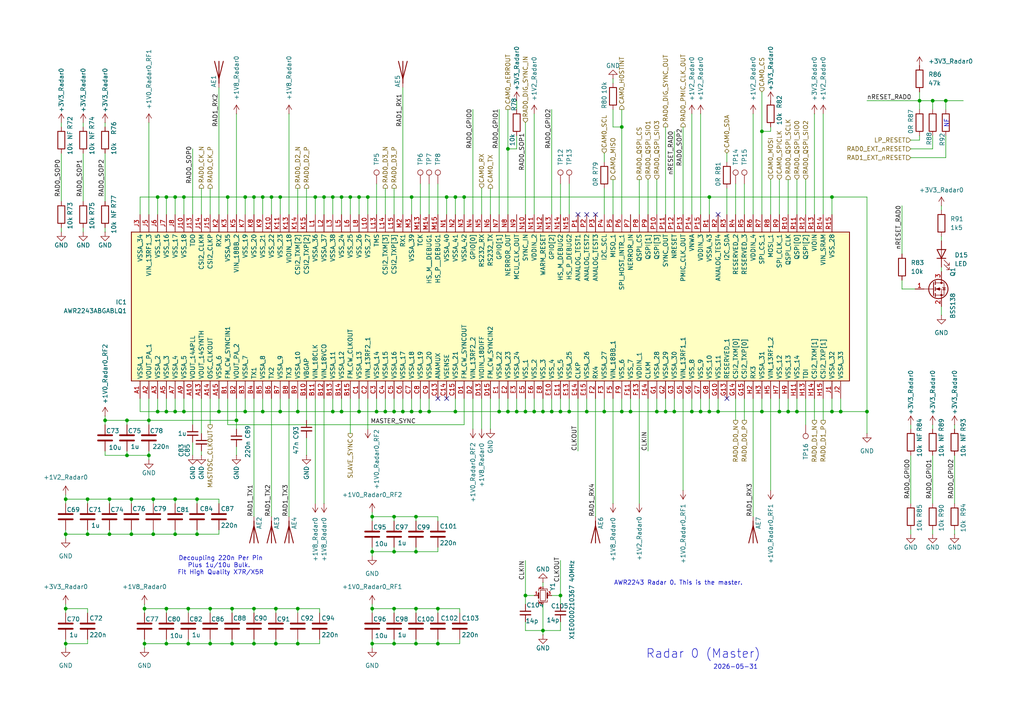
<source format=kicad_sch>
(kicad_sch (version 20231120) (generator "eeschema") (generator_version "8.0")
  (paper "A4")
  (lib_symbols
    (symbol "AWR2243ABGABLQ1:AWR2243ABGABLQ1"
      (property "Reference" "IC" (at 49.53 7.62 0))
      (property "Value" "AWR2243ABGABLQ1" (at 49.53 5.08 0))
      (symbol "AWR2243ABGABLQ1_1_1"
        (pin passive line (at 0 0 0) (length 5.08) (name "VSSA_1") (number "A1"))
        (pin passive line (at 0 -15.24 0) (length 5.08) (name "VOUT_14APLL") (number "A10"))
        (pin passive line (at 0 -17.78 0) (length 5.08) (name "VOUT_14SYNTH") (number "A13"))
        (pin passive line (at 0 -20.32 0) (length 5.08) (name "OSC_CLKOUT") (number "A14"))
        (pin passive line (at 0 -22.86 0) (length 5.08) (name "VSSA_6") (number "A15"))
        (pin passive line (at 0 -2.54 0) (length 5.08) (name "VOUT_PA_1") (number "A2"))
        (pin passive line (at 0 -5.08 0) (length 5.08) (name "VSSA_2") (number "A3"))
        (pin passive line (at 0 -7.62 0) (length 5.08) (name "VSSA_3") (number "A5"))
        (pin passive line (at 0 -10.16 0) (length 5.08) (name "VSSA_4") (number "A7"))
        (pin passive line (at 0 -12.7 0) (length 5.08) (name "VSSA_5") (number "A9"))
        (pin passive line (at 0 -25.4 0) (length 5.08) (name "FM_CW_SYNCIN1") (number "B1"))
        (pin passive line (at 0 -48.26 0) (length 5.08) (name "VBGAP") (number "B10"))
        (pin passive line (at 0 -50.8 0) (length 5.08) (name "VIN_18CLK") (number "B11"))
        (pin passive line (at 0 -53.34 0) (length 5.08) (name "VIN_18VCO") (number "B12"))
        (pin passive line (at 0 -55.88 0) (length 5.08) (name "VSSA_11") (number "B13"))
        (pin passive line (at 0 -58.42 0) (length 5.08) (name "VSSA_12") (number "B14"))
        (pin passive line (at 0 -60.96 0) (length 5.08) (name "FM_CW_CLKOUT") (number "B15"))
        (pin passive line (at 0 -27.94 0) (length 5.08) (name "VOUT_PA_2") (number "B2"))
        (pin passive line (at 0 -30.48 0) (length 5.08) (name "VSSA_7") (number "B3"))
        (pin passive line (at 0 -33.02 0) (length 5.08) (name "TX1") (number "B4"))
        (pin passive line (at 0 -35.56 0) (length 5.08) (name "VSSA_8") (number "B5"))
        (pin passive line (at 0 -38.1 0) (length 5.08) (name "TX2") (number "B6"))
        (pin passive line (at 0 -40.64 0) (length 5.08) (name "VSSA_9") (number "B7"))
        (pin passive line (at 0 -43.18 0) (length 5.08) (name "TX3") (number "B8"))
        (pin passive line (at 0 -45.72 0) (length 5.08) (name "VSSA_10") (number "B9"))
        (pin passive line (at 0 -63.5 0) (length 5.08) (name "VSSA_13") (number "C1"))
        (pin passive line (at 0 -86.36 0) (length 5.08) (name "ANAMUX") (number "C13"))
        (pin passive line (at 0 -88.9 0) (length 5.08) (name "VSENSE") (number "C14"))
        (pin passive line (at 0 -91.44 0) (length 5.08) (name "VSSA_21") (number "C15"))
        (pin passive line (at 0 -66.04 0) (length 5.08) (name "VIN_13RF2_1") (number "C2"))
        (pin passive line (at 0 -68.58 0) (length 5.08) (name "VSSA_14") (number "C3"))
        (pin passive line (at 0 -71.12 0) (length 5.08) (name "VSSA_15") (number "C4"))
        (pin passive line (at 0 -73.66 0) (length 5.08) (name "VSSA_16") (number "C5"))
        (pin passive line (at 0 -76.2 0) (length 5.08) (name "VSSA_17") (number "C6"))
        (pin passive line (at 0 -78.74 0) (length 5.08) (name "VSSA_18") (number "C7"))
        (pin passive line (at 0 -81.28 0) (length 5.08) (name "VSSA_19") (number "C8"))
        (pin passive line (at 0 -83.82 0) (length 5.08) (name "VSSA_20") (number "C9"))
        (pin passive line (at 0 -93.98 0) (length 5.08) (name "FM_CW_SYNCOUT") (number "D1"))
        (pin passive line (at 0 -99.06 0) (length 5.08) (name "VIOIN_18DIFF") (number "D13"))
        (pin passive line (at 0 -101.6 0) (length 5.08) (name "FM_CW_SYNCIN2") (number "D15"))
        (pin passive line (at 0 -96.52 0) (length 5.08) (name "VIN_13RF2_2") (number "D2"))
        (pin passive line (at 0 -104.14 0) (length 5.08) (name "VSSA_22") (number "E1"))
        (pin passive line (at 0 -119.38 0) (length 5.08) (name "VSS_4") (number "E10"))
        (pin passive line (at 0 -121.92 0) (length 5.08) (name "VSS_5") (number "E11"))
        (pin passive line (at 0 -124.46 0) (length 5.08) (name "VSSA_25") (number "E13"))
        (pin passive line (at 0 -127 0) (length 5.08) (name "CLKP") (number "E14"))
        (pin passive line (at 0 -129.54 0) (length 5.08) (name "VSSA_26") (number "E15"))
        (pin passive line (at 0 -106.68 0) (length 5.08) (name "VSSA_23") (number "E2"))
        (pin passive line (at 0 -109.22 0) (length 5.08) (name "VSSA_24") (number "E3"))
        (pin passive line (at 0 -111.76 0) (length 5.08) (name "VSS_1") (number "E5"))
        (pin passive line (at 0 -114.3 0) (length 5.08) (name "VSS_2") (number "E6"))
        (pin passive line (at 0 -116.84 0) (length 5.08) (name "VSS_3") (number "E8"))
        (pin passive line (at 0 -142.24 0) (length 5.08) (name "VSS_7") (number "F11"))
        (pin passive line (at 0 -144.78 0) (length 5.08) (name "VDDIN_1") (number "F13"))
        (pin passive line (at 0 -147.32 0) (length 5.08) (name "CLKM") (number "F14"))
        (pin passive line (at 0 -132.08 0) (length 5.08) (name "RX4") (number "F2"))
        (pin passive line (at 0 -134.62 0) (length 5.08) (name "VSSA_27") (number "F3"))
        (pin passive line (at 0 -137.16 0) (length 5.08) (name "VIN_18BB_1") (number "F5"))
        (pin passive line (at 0 -139.7 0) (length 5.08) (name "VSS_6") (number "F9"))
        (pin passive line (at 0 -149.86 0) (length 5.08) (name "VSSA_28") (number "G1"))
        (pin passive line (at 0 -167.64 0) (length 5.08) (name "VSS_11") (number "G10"))
        (pin passive line (at 0 -170.18 0) (length 5.08) (name "RESERVED_1") (number "G13"))
        (pin passive line (at 0 -172.72 0) (length 5.08) (name "CSI2_TXM[0]") (number "G14"))
        (pin passive line (at 0 -175.26 0) (length 5.08) (name "CSI2_TXP[0]") (number "G15"))
        (pin passive line (at 0 -152.4 0) (length 5.08) (name "VSSA_29") (number "G2"))
        (pin passive line (at 0 -154.94 0) (length 5.08) (name "VSSA_30") (number "G3"))
        (pin passive line (at 0 -157.48 0) (length 5.08) (name "VIN_13RF1_1") (number "G5"))
        (pin passive line (at 0 -160.02 0) (length 5.08) (name "VSS_8") (number "G6"))
        (pin passive line (at 0 -162.56 0) (length 5.08) (name "VSS_9") (number "G7"))
        (pin passive line (at 0 -165.1 0) (length 5.08) (name "VSS_10") (number "G8"))
        (pin passive line (at 0 -190.5 0) (length 5.08) (name "VSS_14") (number "H11"))
        (pin passive line (at 0 -193.04 0) (length 5.08) (name "TDI") (number "H13"))
        (pin passive line (at 0 -195.58 0) (length 5.08) (name "CSI2_TXM[1]") (number "H14"))
        (pin passive line (at 0 -198.12 0) (length 5.08) (name "CSI2_TXP[1]") (number "H15"))
        (pin passive line (at 0 -177.8 0) (length 5.08) (name "RX3") (number "H2"))
        (pin passive line (at 0 -180.34 0) (length 5.08) (name "VSSA_31") (number "H3"))
        (pin passive line (at 0 -182.88 0) (length 5.08) (name "VIN_13RF1_2") (number "H5"))
        (pin passive line (at 0 -185.42 0) (length 5.08) (name "VSS_12") (number "H7"))
        (pin passive line (at 0 -187.96 0) (length 5.08) (name "VSS_13") (number "H9"))
        (pin passive line (at 0 -200.66 0) (length 5.08) (name "VSSA_32") (number "J1"))
        (pin passive line (at 53.34 -12.7 180) (length 5.08) (name "VSS_18") (number "J10"))
        (pin passive line (at 53.34 -15.24 180) (length 5.08) (name "TDO") (number "J13"))
        (pin passive line (at 53.34 -17.78 180) (length 5.08) (name "CSI2_CLKM") (number "J14"))
        (pin passive line (at 53.34 -20.32 180) (length 5.08) (name "CSI2_CLKP") (number "J15"))
        (pin passive line (at 0 -203.2 0) (length 5.08) (name "VSSA_33") (number "J2"))
        (pin passive line (at 53.34 0 180) (length 5.08) (name "VSSA_34") (number "J3"))
        (pin passive line (at 53.34 -2.54 180) (length 5.08) (name "VIN_13RF1_3") (number "J5"))
        (pin passive line (at 53.34 -5.08 180) (length 5.08) (name "VSS_15") (number "J6"))
        (pin passive line (at 53.34 -7.62 180) (length 5.08) (name "VSS_16") (number "J7"))
        (pin passive line (at 53.34 -10.16 180) (length 5.08) (name "VSS_17") (number "J8"))
        (pin passive line (at 53.34 -38.1 180) (length 5.08) (name "VSS_22") (number "K10"))
        (pin passive line (at 53.34 -40.64 180) (length 5.08) (name "VSS_23") (number "K11"))
        (pin passive line (at 53.34 -43.18 180) (length 5.08) (name "VIOIN_18") (number "K13"))
        (pin passive line (at 53.34 -45.72 180) (length 5.08) (name "CSI2_TXM[2]") (number "K14"))
        (pin passive line (at 53.34 -48.26 180) (length 5.08) (name "CSI2_TXP[2]") (number "K15"))
        (pin passive line (at 53.34 -22.86 180) (length 5.08) (name "RX2") (number "K2"))
        (pin passive line (at 53.34 -25.4 180) (length 5.08) (name "VSSA_35") (number "K3"))
        (pin passive line (at 53.34 -27.94 180) (length 5.08) (name "VIN_18BB_2") (number "K5"))
        (pin passive line (at 53.34 -30.48 180) (length 5.08) (name "VSS_19") (number "K7"))
        (pin passive line (at 53.34 -33.02 180) (length 5.08) (name "VSS_20") (number "K8"))
        (pin passive line (at 53.34 -35.56 180) (length 5.08) (name "VSS_21") (number "K9"))
        (pin passive line (at 53.34 -50.8 180) (length 5.08) (name "VSSA_36") (number "L1"))
        (pin passive line (at 53.34 -66.04 180) (length 5.08) (name "VSS_27") (number "L10"))
        (pin passive line (at 53.34 -68.58 180) (length 5.08) (name "TMS") (number "L13"))
        (pin passive line (at 53.34 -71.12 180) (length 5.08) (name "CSI2_TXM[3]") (number "L14"))
        (pin passive line (at 53.34 -73.66 180) (length 5.08) (name "CSI2_TXP[3]") (number "L15"))
        (pin passive line (at 53.34 -53.34 180) (length 5.08) (name "VSSA_37") (number "L2"))
        (pin passive line (at 53.34 -55.88 180) (length 5.08) (name "VSSA_38") (number "L3"))
        (pin passive line (at 53.34 -58.42 180) (length 5.08) (name "VSS_24") (number "L5"))
        (pin passive line (at 53.34 -60.96 180) (length 5.08) (name "VSS_25") (number "L6"))
        (pin passive line (at 53.34 -63.5 180) (length 5.08) (name "VSS_26") (number "L8"))
        (pin passive line (at 53.34 -81.28 180) (length 5.08) (name "TCK") (number "M13"))
        (pin passive line (at 53.34 -83.82 180) (length 5.08) (name "HS_M__DEBUG1") (number "M14"))
        (pin passive line (at 53.34 -86.36 180) (length 5.08) (name "HS_P__DEBUG1") (number "M15"))
        (pin passive line (at 53.34 -76.2 180) (length 5.08) (name "RX1") (number "M2"))
        (pin passive line (at 53.34 -78.74 180) (length 5.08) (name "VSSA_39") (number "M3"))
        (pin passive line (at 53.34 -88.9 180) (length 5.08) (name "VSSA_40") (number "N1"))
        (pin passive line (at 53.34 -111.76 180) (length 5.08) (name "SYNC_IN") (number "N10"))
        (pin passive line (at 53.34 -114.3 180) (length 5.08) (name "VDDIN_2") (number "N11"))
        (pin passive line (at 53.34 -116.84 180) (length 5.08) (name "WARM_RESET") (number "N12"))
        (pin passive line (at 53.34 -119.38 180) (length 5.08) (name "GPIO[2]") (number "N13"))
        (pin passive line (at 53.34 -121.92 180) (length 5.08) (name "HS_M_DEBUG2") (number "N14"))
        (pin passive line (at 53.34 -124.46 180) (length 5.08) (name "HS_P_DEBUG2") (number "N15"))
        (pin passive line (at 53.34 -91.44 180) (length 5.08) (name "VSSA_41") (number "N2"))
        (pin passive line (at 53.34 -93.98 180) (length 5.08) (name "VSSA_42") (number "N3"))
        (pin passive line (at 53.34 -96.52 180) (length 5.08) (name "GPIO[0]") (number "N4"))
        (pin passive line (at 53.34 -99.06 180) (length 5.08) (name "RS232_RX") (number "N5"))
        (pin passive line (at 53.34 -101.6 180) (length 5.08) (name "RS232_TX") (number "N6"))
        (pin passive line (at 53.34 -104.14 180) (length 5.08) (name "GPIO[1]") (number "N7"))
        (pin passive line (at 53.34 -106.68 180) (length 5.08) (name "NERROR_OUT") (number "N8"))
        (pin passive line (at 53.34 -109.22 180) (length 5.08) (name "MCU_CLK_OUT") (number "N9"))
        (pin passive line (at 53.34 -127 180) (length 5.08) (name "ANALOG_TEST1") (number "P1"))
        (pin passive line (at 53.34 -149.86 180) (length 5.08) (name "QSPI[3]") (number "P10"))
        (pin passive line (at 53.34 -152.4 180) (length 5.08) (name "SYNC_OUT") (number "P11"))
        (pin passive line (at 53.34 -154.94 180) (length 5.08) (name "NRESET") (number "P12"))
        (pin passive line (at 53.34 -157.48 180) (length 5.08) (name "PMIC_CLK_OUT") (number "P13"))
        (pin passive line (at 53.34 -160.02 180) (length 5.08) (name "VNWA") (number "P14"))
        (pin passive line (at 53.34 -162.56 180) (length 5.08) (name "VDDIN_3") (number "P15"))
        (pin passive line (at 53.34 -129.54 180) (length 5.08) (name "ANALOG_TEST2") (number "P2"))
        (pin passive line (at 53.34 -132.08 180) (length 5.08) (name "ANALOG_TEST3") (number "P3"))
        (pin passive line (at 53.34 -134.62 180) (length 5.08) (name "I2C_SCL") (number "P4"))
        (pin passive line (at 53.34 -137.16 180) (length 5.08) (name "MISO_1") (number "P5"))
        (pin passive line (at 53.34 -139.7 180) (length 5.08) (name "SPI_HOST_INTR_1") (number "P6"))
        (pin passive line (at 53.34 -142.24 180) (length 5.08) (name "NERROR_IN") (number "P7"))
        (pin passive line (at 53.34 -144.78 180) (length 5.08) (name "QSPI_CS") (number "P8"))
        (pin passive line (at 53.34 -147.32 180) (length 5.08) (name "QSPI[1]") (number "P9"))
        (pin passive line (at 53.34 -165.1 180) (length 5.08) (name "VSSA_43") (number "R1"))
        (pin passive line (at 53.34 -187.96 180) (length 5.08) (name "QSPI_CLK") (number "R10"))
        (pin passive line (at 53.34 -190.5 180) (length 5.08) (name "QSPI[0]") (number "R11"))
        (pin passive line (at 53.34 -193.04 180) (length 5.08) (name "QSPI[2]") (number "R12"))
        (pin passive line (at 53.34 -195.58 180) (length 5.08) (name "VIOIN") (number "R13"))
        (pin passive line (at 53.34 -198.12 180) (length 5.08) (name "VIN_SRAM") (number "R14"))
        (pin passive line (at 53.34 -200.66 180) (length 5.08) (name "VSS_28") (number "R15"))
        (pin passive line (at 53.34 -167.64 180) (length 5.08) (name "ANALOG_TEST4") (number "R2"))
        (pin passive line (at 53.34 -170.18 180) (length 5.08) (name "I2C_SDA") (number "R3"))
        (pin passive line (at 53.34 -172.72 180) (length 5.08) (name "RESERVED_2") (number "R4"))
        (pin passive line (at 53.34 -175.26 180) (length 5.08) (name "RESERVED_3") (number "R5"))
        (pin passive line (at 53.34 -177.8 180) (length 5.08) (name "VDDIN_4") (number "R6"))
        (pin passive line (at 53.34 -180.34 180) (length 5.08) (name "SPI_CS_1") (number "R7"))
        (pin passive line (at 53.34 -182.88 180) (length 5.08) (name "MOSI_1") (number "R8"))
        (pin passive line (at 53.34 -185.42 180) (length 5.08) (name "SPI_CLK_1") (number "R9"))
      )
    )
    (symbol "C_1" (pin_numbers hide) (pin_names (offset 0.254))
      (property "Reference" "C" (at 0.635 2.54 0))
      (property "Value" "C" (at 0.635 -2.54 0))
      (symbol "C_1_1_1"
        (pin passive line (at 0 3.81 270) (length 2.794) (name "~") (number "1"))
        (pin passive line (at 0 -3.81 90) (length 2.794) (name "~") (number "2"))
      )
    )
    (symbol "C_2" (pin_numbers hide) (pin_names (offset 0.254))
      (property "Reference" "C" (at 0.635 2.54 0))
      (property "Value" "C" (at 0.635 -2.54 0))
      (symbol "C_2_1_1"
        (pin passive line (at 0 3.81 270) (length 2.794) (name "~") (number "1"))
        (pin passive line (at 0 -3.81 90) (length 2.794) (name "~") (number "2"))
      )
    )
    (symbol "C_3" (pin_numbers hide) (pin_names (offset 0.254))
      (property "Reference" "C" (at 0.635 2.54 0))
      (property "Value" "C" (at 0.635 -2.54 0))
      (symbol "C_3_1_1"
        (pin passive line (at 0 3.81 270) (length 2.794) (name "~") (number "1"))
        (pin passive line (at 0 -3.81 90) (length 2.794) (name "~") (number "2"))
      )
    )
    (symbol "C_4" (pin_numbers hide) (pin_names (offset 0.254))
      (property "Reference" "C" (at 0.635 2.54 0))
      (property "Value" "C" (at 0.635 -2.54 0))
      (symbol "C_4_1_1"
        (pin passive line (at 0 3.81 270) (length 2.794) (name "~") (number "1"))
        (pin passive line (at 0 -3.81 90) (length 2.794) (name "~") (number "2"))
      )
    )
    (symbol "C_5" (pin_numbers hide) (pin_names (offset 0.254))
      (property "Reference" "C" (at 0.635 2.54 0))
      (property "Value" "C" (at 0.635 -2.54 0))
      (symbol "C_5_1_1"
        (pin passive line (at 0 3.81 270) (length 2.794) (name "~") (number "1"))
        (pin passive line (at 0 -3.81 90) (length 2.794) (name "~") (number "2"))
      )
    )
    (symbol "Connector:TestPoint" (pin_numbers hide) (pin_names (offset 0.762) hide)
      (property "Reference" "TP" (at 0 6.858 0))
      (property "Value" "TestPoint" (at 0 5.08 0))
      (symbol "TestPoint_1_1"
        (pin passive line (at 0 0 90) (length 2.54) (name "1") (number "1"))
      )
    )
    (symbol "Device:Antenna" (pin_numbers hide) (pin_names (offset 1.016) hide)
      (property "Reference" "AE" (at -1.905 1.905 0))
      (property "Value" "Antenna" (at -1.905 0 0))
      (symbol "Antenna_1_1"
        (pin input line (at 0 -5.08 90) (length 2.54) (name "A") (number "1"))
      )
    )
    (symbol "Device:C" (pin_numbers hide) (pin_names (offset 0.254))
      (property "Reference" "C" (at 0.635 2.54 0))
      (property "Value" "C" (at 0.635 -2.54 0))
      (symbol "C_1_1"
        (pin passive line (at 0 3.81 270) (length 2.794) (name "~") (number "1"))
        (pin passive line (at 0 -3.81 90) (length 2.794) (name "~") (number "2"))
      )
    )
    (symbol "Device:C_Small" (pin_numbers hide) (pin_names (offset 0.254) hide)
      (property "Reference" "C" (at 0.254 1.778 0))
      (property "Value" "C_Small" (at 0.254 -2.032 0))
      (symbol "C_Small_1_1"
        (pin passive line (at 0 2.54 270) (length 2.032) (name "~") (number "1"))
        (pin passive line (at 0 -2.54 90) (length 2.032) (name "~") (number "2"))
      )
    )
    (symbol "Device:Crystal_GND24_Small" (pin_names (offset 1.016) hide)
      (property "Reference" "Y" (at 1.27 4.445 0))
      (property "Value" "Crystal_GND24_Small" (at 1.27 2.54 0))
      (symbol "Crystal_GND24_Small_1_1"
        (pin passive line (at -2.54 0 0) (length 1.27) (name "1") (number "1"))
        (pin passive line (at 0 -2.54 90) (length 0.635) (name "2") (number "2"))
        (pin passive line (at 2.54 0 180) (length 1.27) (name "3") (number "3"))
        (pin passive line (at 0 2.54 270) (length 0.635) (name "4") (number "4"))
      )
    )
    (symbol "Device:LED" (pin_numbers hide) (pin_names (offset 1.016) hide)
      (property "Reference" "D" (at 0 2.54 0))
      (property "Value" "LED" (at 0 -2.54 0))
      (symbol "LED_1_1"
        (pin passive line (at -3.81 0 0) (length 2.54) (name "K") (number "1"))
        (pin passive line (at 3.81 0 180) (length 2.54) (name "A") (number "2"))
      )
    )
    (symbol "Device:R" (pin_numbers hide) (pin_names (offset 0))
      (property "Reference" "R" (at 2.032 0 90))
      (property "Value" "R" (at 0 0 90))
      (symbol "R_1_1"
        (pin passive line (at 0 3.81 270) (length 1.27) (name "~") (number "1"))
        (pin passive line (at 0 -3.81 90) (length 1.27) (name "~") (number "2"))
      )
    )
    (symbol "Transistor_FET:BSS138" (pin_names hide)
      (property "Reference" "Q" (at 5.08 1.905 0))
      (property "Value" "BSS138" (at 5.08 0 0))
      (symbol "BSS138_1_1"
        (pin input line (at -5.08 0 0) (length 2.54) (name "G") (number "1"))
        (pin passive line (at 2.54 -5.08 90) (length 2.54) (name "S") (number "2"))
        (pin passive line (at 2.54 5.08 270) (length 2.54) (name "D") (number "3"))
      )
    )
    (symbol "power:+3V3" (power) (pin_numbers hide) (pin_names (offset 0) hide)
      (property "Value" "+3V3" (at 0 3.556 0))
      (symbol "+3V3_1_1"
        (pin power_in line (at 0 0 90) (length 0) (name "~") (number "1"))
      )
    )
    (symbol "power:+5V" (power) (pin_numbers hide) (pin_names (offset 0) hide)
      (property "Value" "+5V" (at 0 3.556 0))
      (symbol "+5V_1_1"
        (pin power_in line (at 0 0 90) (length 0) (name "~") (number "1"))
      )
    )
    (symbol "power:GND" (power) (pin_numbers hide) (pin_names (offset 0) hide)
      (property "Value" "GND" (at 0 -3.81 0))
      (symbol "GND_1_1"
        (pin power_in line (at 0 0 270) (length 0) (name "~") (number "1"))
      )
    )
  )
  (junction (at 152.4 119.38))
  (junction (at 48.26 176.53))
  (junction (at 91.44 57.15))
  (junction (at 73.66 57.15))
  (junction (at 144.78 119.38))
  (junction (at 220.98 38.1))
  (junction (at 25.4 154.94))
  (junction (at 48.26 186.69))
  (junction (at 129.54 57.15))
  (junction (at 162.56 119.38))
  (junction (at 101.6 57.15))
  (junction (at 60.96 176.53))
  (junction (at 120.65 176.53))
  (junction (at 228.6 119.38))
  (junction (at 251.46 119.38))
  (junction (at 67.31 176.53))
  (junction (at 241.3 119.38))
  (junction (at 53.34 119.38))
  (junction (at 78.74 57.15))
  (junction (at 86.36 119.38))
  (junction (at 45.72 119.38))
  (junction (at 36.83 132.08))
  (junction (at 160.02 119.38))
  (junction (at 274.32 29.21))
  (junction (at 41.91 176.53))
  (junction (at 57.15 144.78))
  (junction (at 266.7 29.21))
  (junction (at 54.61 186.69))
  (junction (at 120.65 160.02))
  (junction (at 132.08 119.38))
  (junction (at 116.84 119.38))
  (junction (at 54.61 176.53))
  (junction (at 147.32 119.38))
  (junction (at 31.75 154.94))
  (junction (at 44.45 144.78))
  (junction (at 107.95 176.53))
  (junction (at 147.32 43.18))
  (junction (at 114.3 186.69))
  (junction (at 50.8 144.78))
  (junction (at 241.3 57.15))
  (junction (at 157.48 182.88))
  (junction (at 154.94 119.38))
  (junction (at 111.76 119.38))
  (junction (at 127 186.69))
  (junction (at 180.34 119.38))
  (junction (at 96.52 57.15))
  (junction (at 19.05 154.94))
  (junction (at 134.62 57.15))
  (junction (at 114.3 119.38))
  (junction (at 19.05 144.78))
  (junction (at 132.08 57.15))
  (junction (at 43.18 132.08))
  (junction (at 50.8 154.94))
  (junction (at 67.31 186.69))
  (junction (at 31.75 144.78))
  (junction (at 124.46 119.38))
  (junction (at 157.48 119.38))
  (junction (at 243.84 119.38))
  (junction (at 93.98 57.15))
  (junction (at 120.65 186.69))
  (junction (at 175.26 119.38))
  (junction (at 203.2 119.38))
  (junction (at 270.51 29.21))
  (junction (at 195.58 119.38))
  (junction (at 25.4 144.78))
  (junction (at 120.65 149.86))
  (junction (at 30.48 121.92))
  (junction (at 121.92 119.38))
  (junction (at 60.96 186.69))
  (junction (at 107.95 160.02))
  (junction (at 41.91 186.69))
  (junction (at 76.2 119.38))
  (junction (at 44.45 154.94))
  (junction (at 48.26 119.38))
  (junction (at 50.8 57.15))
  (junction (at 71.12 57.15))
  (junction (at 68.58 121.92))
  (junction (at 48.26 57.15))
  (junction (at 231.14 119.38))
  (junction (at 208.28 119.38))
  (junction (at 38.1 154.94))
  (junction (at 86.36 186.69))
  (junction (at 182.88 119.38))
  (junction (at 73.66 176.53))
  (junction (at 220.98 119.38))
  (junction (at 107.95 149.86))
  (junction (at 193.04 119.38))
  (junction (at 152.4 172.72))
  (junction (at 119.38 57.15))
  (junction (at 106.68 57.15))
  (junction (at 119.38 119.38))
  (junction (at 80.01 176.53))
  (junction (at 81.28 57.15))
  (junction (at 165.1 119.38))
  (junction (at 180.34 36.83))
  (junction (at 200.66 119.38))
  (junction (at 205.74 57.15))
  (junction (at 57.15 154.94))
  (junction (at 19.05 186.69))
  (junction (at 149.86 119.38))
  (junction (at 19.05 176.53))
  (junction (at 109.22 119.38))
  (junction (at 86.36 176.53))
  (junction (at 53.34 57.15))
  (junction (at 66.04 57.15))
  (junction (at 104.14 119.38))
  (junction (at 99.06 57.15))
  (junction (at 170.18 119.38))
  (junction (at 81.28 119.38))
  (junction (at 50.8 119.38))
  (junction (at 99.06 119.38))
  (junction (at 104.14 57.15))
  (junction (at 71.12 119.38))
  (junction (at 38.1 144.78))
  (junction (at 205.74 119.38))
  (junction (at 76.2 57.15))
  (junction (at 114.3 160.02))
  (junction (at 107.95 186.69))
  (junction (at 36.83 121.92))
  (junction (at 73.66 186.69))
  (junction (at 226.06 119.38))
  (junction (at 190.5 119.38))
  (junction (at 114.3 149.86))
  (junction (at 127 176.53))
  (junction (at 45.72 57.15))
  (junction (at 114.3 176.53))
  (junction (at 63.5 119.38))
  (junction (at 80.01 186.69))
  (junction (at 162.56 172.72))
  (junction (at 43.18 121.92))
  (junction (at 96.52 119.38))
  (no_connect (at 129.54 115.57))
  (no_connect (at 167.64 62.23))
  (no_connect (at 127 115.57))
  (no_connect (at 170.18 62.23))
  (no_connect (at 172.72 62.23))
  (no_connect (at 210.82 115.57))
  (no_connect (at 208.28 62.23))
  (wire (pts (xy 270.51 123.19) (xy 270.51 124.46)))
  (wire (pts (xy 86.36 176.53) (xy 92.71 176.53)))
  (wire (pts (xy 68.58 132.08) (xy 68.58 129.54)))
  (wire (pts (xy 165.1 53.34) (xy 165.1 62.23)))
  (wire (pts (xy 86.36 176.53) (xy 86.36 177.8)))
  (wire (pts (xy 210.82 54.61) (xy 210.82 62.23)))
  (wire (pts (xy 266.7 26.67) (xy 266.7 29.21)))
  (wire (pts (xy 30.48 66.04) (xy 30.48 67.31)))
  (wire (pts (xy 223.52 36.83) (xy 223.52 38.1)))
  (wire (pts (xy 43.18 132.08) (xy 36.83 132.08)))
  (wire (pts (xy 127 176.53) (xy 133.35 176.53)))
  (wire (pts (xy 120.65 160.02) (xy 127 160.02)))
  (wire (pts (xy 19.05 144.78) (xy 19.05 146.05)))
  (wire (pts (xy 71.12 57.15) (xy 73.66 57.15)))
  (wire (pts (xy 195.58 38.1) (xy 195.58 62.23)))
  (wire (pts (xy 241.3 115.57) (xy 241.3 119.38)))
  (wire (pts (xy 114.3 176.53) (xy 120.65 176.53)))
  (wire (pts (xy 36.83 121.92) (xy 36.83 123.19)))
  (wire (pts (xy 162.56 182.88) (xy 157.48 182.88)))
  (wire (pts (xy 50.8 57.15) (xy 48.26 57.15)))
  (wire (pts (xy 30.48 35.56) (xy 30.48 36.83)))
  (wire (pts (xy 274.32 29.21) (xy 279.4 29.21)))
  (wire (pts (xy 92.71 186.69) (xy 86.36 186.69)))
  (wire (pts (xy 119.38 115.57) (xy 119.38 119.38)))
  (wire (pts (xy 203.2 115.57) (xy 203.2 119.38)))
  (wire (pts (xy 177.8 146.05) (xy 177.8 115.57)))
  (wire (pts (xy 25.4 153.67) (xy 25.4 154.94)))
  (wire (pts (xy 231.14 52.07) (xy 231.14 62.23)))
  (wire (pts (xy 195.58 115.57) (xy 195.58 119.38)))
  (wire (pts (xy 185.42 52.07) (xy 185.42 62.23)))
  (wire (pts (xy 53.34 119.38) (xy 63.5 119.38)))
  (wire (pts (xy 63.5 154.94) (xy 57.15 154.94)))
  (wire (pts (xy 231.14 115.57) (xy 231.14 119.38)))
  (wire (pts (xy 101.6 115.57) (xy 101.6 125.73)))
  (wire (pts (xy 86.36 185.42) (xy 86.36 186.69)))
  (wire (pts (xy 133.35 185.42) (xy 133.35 186.69)))
  (wire (pts (xy 58.42 54.61) (xy 58.42 62.23)))
  (wire (pts (xy 86.36 115.57) (xy 86.36 119.38)))
  (wire (pts (xy 165.1 119.38) (xy 170.18 119.38)))
  (wire (pts (xy 54.61 185.42) (xy 54.61 186.69)))
  (wire (pts (xy 67.31 185.42) (xy 67.31 186.69)))
  (wire (pts (xy 132.08 57.15) (xy 134.62 57.15)))
  (wire (pts (xy 175.26 119.38) (xy 180.34 119.38)))
  (wire (pts (xy 19.05 176.53) (xy 25.4 176.53)))
  (wire (pts (xy 154.94 115.57) (xy 154.94 119.38)))
  (wire (pts (xy 228.6 115.57) (xy 228.6 119.38)))
  (wire (pts (xy 276.86 123.19) (xy 276.86 124.46)))
  (wire (pts (xy 121.92 119.38) (xy 124.46 119.38)))
  (wire (pts (xy 60.96 176.53) (xy 67.31 176.53)))
  (wire (pts (xy 76.2 57.15) (xy 76.2 62.23)))
  (wire (pts (xy 88.9 132.08) (xy 88.9 127)))
  (wire (pts (xy 220.98 38.1) (xy 220.98 62.23)))
  (wire (pts (xy 99.06 115.57) (xy 99.06 119.38)))
  (wire (pts (xy 78.74 115.57) (xy 78.74 149.86)))
  (wire (pts (xy 91.44 57.15) (xy 91.44 62.23)))
  (wire (pts (xy 152.4 182.88) (xy 152.4 180.34)))
  (wire (pts (xy 96.52 115.57) (xy 96.52 119.38)))
  (wire (pts (xy 264.16 43.18) (xy 270.51 43.18)))
  (wire (pts (xy 223.52 142.24) (xy 223.52 115.57)))
  (wire (pts (xy 106.68 57.15) (xy 119.38 57.15)))
  (wire (pts (xy 43.18 121.92) (xy 36.83 121.92)))
  (wire (pts (xy 182.88 119.38) (xy 190.5 119.38)))
  (wire (pts (xy 266.7 31.75) (xy 266.7 29.21)))
  (wire (pts (xy 162.56 172.72) (xy 162.56 175.26)))
  (wire (pts (xy 48.26 115.57) (xy 48.26 119.38)))
  (wire (pts (xy 81.28 119.38) (xy 86.36 119.38)))
  (wire (pts (xy 43.18 121.92) (xy 68.58 121.92)))
  (wire (pts (xy 40.64 115.57) (xy 40.64 119.38)))
  (wire (pts (xy 162.56 180.34) (xy 162.56 182.88)))
  (wire (pts (xy 41.91 186.69) (xy 48.26 186.69)))
  (wire (pts (xy 73.66 57.15) (xy 76.2 57.15)))
  (wire (pts (xy 273.05 88.9) (xy 273.05 91.44)))
  (wire (pts (xy 120.65 185.42) (xy 120.65 186.69)))
  (wire (pts (xy 45.72 115.57) (xy 45.72 119.38)))
  (wire (pts (xy 25.4 186.69) (xy 25.4 185.42)))
  (wire (pts (xy 17.78 35.56) (xy 17.78 36.83)))
  (wire (pts (xy 251.46 57.15) (xy 251.46 119.38)))
  (wire (pts (xy 121.92 115.57) (xy 121.92 119.38)))
  (wire (pts (xy 273.05 77.47) (xy 273.05 78.74)))
  (wire (pts (xy 177.8 24.13) (xy 177.8 22.86)))
  (wire (pts (xy 67.31 176.53) (xy 73.66 176.53)))
  (wire (pts (xy 175.26 115.57) (xy 175.26 119.38)))
  (wire (pts (xy 162.56 115.57) (xy 162.56 119.38)))
  (wire (pts (xy 149.86 29.21) (xy 149.86 31.75)))
  (wire (pts (xy 57.15 153.67) (xy 57.15 154.94)))
  (wire (pts (xy 160.02 172.72) (xy 162.56 172.72)))
  (wire (pts (xy 264.16 153.67) (xy 264.16 154.94)))
  (wire (pts (xy 96.52 57.15) (xy 96.52 62.23)))
  (wire (pts (xy 205.74 119.38) (xy 208.28 119.38)))
  (wire (pts (xy 137.16 31.75) (xy 137.16 62.23)))
  (wire (pts (xy 48.26 119.38) (xy 50.8 119.38)))
  (wire (pts (xy 86.36 54.61) (xy 86.36 62.23)))
  (wire (pts (xy 236.22 121.92) (xy 236.22 115.57)))
  (wire (pts (xy 99.06 119.38) (xy 104.14 119.38)))
  (wire (pts (xy 116.84 119.38) (xy 119.38 119.38)))
  (wire (pts (xy 264.16 123.19) (xy 264.16 124.46)))
  (wire (pts (xy 24.13 44.45) (xy 24.13 58.42)))
  (wire (pts (xy 200.66 119.38) (xy 203.2 119.38)))
  (wire (pts (xy 152.4 119.38) (xy 154.94 119.38)))
  (wire (pts (xy 50.8 119.38) (xy 53.34 119.38)))
  (wire (pts (xy 119.38 57.15) (xy 129.54 57.15)))
  (wire (pts (xy 114.3 158.75) (xy 114.3 160.02)))
  (wire (pts (xy 73.66 185.42) (xy 73.66 186.69)))
  (wire (pts (xy 55.88 128.27) (xy 55.88 132.08)))
  (wire (pts (xy 53.34 62.23) (xy 53.34 57.15)))
  (wire (pts (xy 120.65 176.53) (xy 120.65 177.8)))
  (wire (pts (xy 50.8 62.23) (xy 50.8 57.15)))
  (wire (pts (xy 43.18 130.81) (xy 43.18 132.08)))
  (wire (pts (xy 160.02 119.38) (xy 162.56 119.38)))
  (wire (pts (xy 43.18 132.08) (xy 43.18 133.35)))
  (wire (pts (xy 31.75 144.78) (xy 38.1 144.78)))
  (wire (pts (xy 38.1 153.67) (xy 38.1 154.94)))
  (wire (pts (xy 261.62 83.82) (xy 265.43 83.82)))
  (wire (pts (xy 162.56 162.56) (xy 162.56 172.72)))
  (wire (pts (xy 38.1 144.78) (xy 38.1 146.05)))
  (wire (pts (xy 83.82 115.57) (xy 83.82 149.86)))
  (wire (pts (xy 63.5 153.67) (xy 63.5 154.94)))
  (wire (pts (xy 200.66 33.02) (xy 200.66 62.23)))
  (wire (pts (xy 210.82 44.45) (xy 210.82 46.99)))
  (wire (pts (xy 165.1 115.57) (xy 165.1 119.38)))
  (wire (pts (xy 55.88 115.57) (xy 55.88 123.19)))
  (wire (pts (xy 107.95 148.59) (xy 107.95 149.86)))
  (wire (pts (xy 73.66 115.57) (xy 73.66 149.86)))
  (wire (pts (xy 99.06 57.15) (xy 99.06 62.23)))
  (wire (pts (xy 50.8 144.78) (xy 50.8 146.05)))
  (wire (pts (xy 228.6 119.38) (xy 231.14 119.38)))
  (wire (pts (xy 73.66 186.69) (xy 67.31 186.69)))
  (wire (pts (xy 31.75 144.78) (xy 31.75 146.05)))
  (wire (pts (xy 19.05 187.96) (xy 19.05 186.69)))
  (wire (pts (xy 213.36 115.57) (xy 213.36 121.92)))
  (wire (pts (xy 111.76 54.61) (xy 111.76 62.23)))
  (wire (pts (xy 238.76 121.92) (xy 238.76 115.57)))
  (wire (pts (xy 67.31 176.53) (xy 67.31 177.8)))
  (wire (pts (xy 80.01 176.53) (xy 86.36 176.53)))
  (wire (pts (xy 177.8 52.07) (xy 177.8 62.23)))
  (wire (pts (xy 243.84 115.57) (xy 243.84 119.38)))
  (wire (pts (xy 241.3 57.15) (xy 241.3 62.23)))
  (wire (pts (xy 109.22 53.34) (xy 109.22 62.23)))
  (wire (pts (xy 142.24 115.57) (xy 142.24 124.46)))
  (wire (pts (xy 133.35 176.53) (xy 133.35 177.8)))
  (wire (pts (xy 111.76 119.38) (xy 114.3 119.38)))
  (wire (pts (xy 57.15 144.78) (xy 63.5 144.78)))
  (wire (pts (xy 43.18 35.56) (xy 43.18 62.23)))
  (wire (pts (xy 93.98 57.15) (xy 93.98 62.23)))
  (wire (pts (xy 190.5 119.38) (xy 193.04 119.38)))
  (wire (pts (xy 68.58 121.92) (xy 68.58 124.46)))
  (wire (pts (xy 185.42 115.57) (xy 185.42 146.05)))
  (wire (pts (xy 119.38 119.38) (xy 121.92 119.38)))
  (wire (pts (xy 60.96 115.57) (xy 60.96 123.19)))
  (wire (pts (xy 31.75 154.94) (xy 31.75 153.67)))
  (wire (pts (xy 60.96 54.61) (xy 60.96 62.23)))
  (wire (pts (xy 71.12 119.38) (xy 76.2 119.38)))
  (wire (pts (xy 68.58 33.02) (xy 68.58 62.23)))
  (wire (pts (xy 96.52 119.38) (xy 99.06 119.38)))
  (wire (pts (xy 107.95 186.69) (xy 114.3 186.69)))
  (wire (pts (xy 152.4 172.72) (xy 154.94 172.72)))
  (wire (pts (xy 190.5 52.07) (xy 190.5 62.23)))
  (wire (pts (xy 120.65 186.69) (xy 127 186.69)))
  (wire (pts (xy 57.15 144.78) (xy 57.15 146.05)))
  (wire (pts (xy 132.08 115.57) (xy 132.08 119.38)))
  (wire (pts (xy 162.56 119.38) (xy 165.1 119.38)))
  (wire (pts (xy 44.45 144.78) (xy 50.8 144.78)))
  (wire (pts (xy 58.42 130.81) (xy 58.42 132.08)))
  (wire (pts (xy 40.64 119.38) (xy 45.72 119.38)))
  (wire (pts (xy 116.84 115.57) (xy 116.84 119.38)))
  (wire (pts (xy 43.18 121.92) (xy 43.18 123.19)))
  (wire (pts (xy 208.28 119.38) (xy 220.98 119.38)))
  (wire (pts (xy 218.44 115.57) (xy 218.44 149.86)))
  (wire (pts (xy 25.4 144.78) (xy 25.4 146.05)))
  (wire (pts (xy 114.3 160.02) (xy 120.65 160.02)))
  (wire (pts (xy 270.51 132.08) (xy 270.51 146.05)))
  (wire (pts (xy 127 149.86) (xy 127 151.13)))
  (wire (pts (xy 101.6 57.15) (xy 104.14 57.15)))
  (wire (pts (xy 116.84 25.4) (xy 116.84 62.23)))
  (wire (pts (xy 266.7 39.37) (xy 266.7 40.64)))
  (wire (pts (xy 129.54 57.15) (xy 132.08 57.15)))
  (wire (pts (xy 114.3 185.42) (xy 114.3 186.69)))
  (wire (pts (xy 273.05 59.69) (xy 273.05 60.96)))
  (wire (pts (xy 215.9 115.57) (xy 215.9 121.92)))
  (wire (pts (xy 81.28 115.57) (xy 81.28 119.38)))
  (wire (pts (xy 55.88 43.18) (xy 55.88 62.23)))
  (wire (pts (xy 114.3 54.61) (xy 114.3 62.23)))
  (wire (pts (xy 81.28 57.15) (xy 91.44 57.15)))
  (wire (pts (xy 48.26 62.23) (xy 48.26 57.15)))
  (wire (pts (xy 274.32 39.37) (xy 274.32 45.72)))
  (wire (pts (xy 124.46 119.38) (xy 132.08 119.38)))
  (wire (pts (xy 114.3 176.53) (xy 114.3 177.8)))
  (wire (pts (xy 180.34 119.38) (xy 182.88 119.38)))
  (wire (pts (xy 50.8 153.67) (xy 50.8 154.94)))
  (wire (pts (xy 198.12 36.83) (xy 198.12 62.23)))
  (wire (pts (xy 30.48 120.65) (xy 30.48 121.92)))
  (wire (pts (xy 41.91 176.53) (xy 41.91 177.8)))
  (wire (pts (xy 114.3 149.86) (xy 120.65 149.86)))
  (wire (pts (xy 63.5 25.4) (xy 63.5 62.23)))
  (wire (pts (xy 241.3 119.38) (xy 243.84 119.38)))
  (wire (pts (xy 30.48 132.08) (xy 36.83 132.08)))
  (wire (pts (xy 129.54 57.15) (xy 129.54 62.23)))
  (wire (pts (xy 152.4 162.56) (xy 152.4 172.72)))
  (wire (pts (xy 182.88 115.57) (xy 182.88 119.38)))
  (wire (pts (xy 114.3 176.53) (xy 107.95 176.53)))
  (wire (pts (xy 41.91 185.42) (xy 41.91 186.69)))
  (wire (pts (xy 36.83 121.92) (xy 30.48 121.92)))
  (wire (pts (xy 86.36 119.38) (xy 96.52 119.38)))
  (wire (pts (xy 57.15 154.94) (xy 50.8 154.94)))
  (wire (pts (xy 73.66 62.23) (xy 73.66 57.15)))
  (wire (pts (xy 50.8 144.78) (xy 57.15 144.78)))
  (wire (pts (xy 154.94 62.23) (xy 154.94 33.02)))
  (wire (pts (xy 66.04 62.23) (xy 66.04 57.15)))
  (wire (pts (xy 243.84 119.38) (xy 251.46 119.38)))
  (wire (pts (xy 264.16 132.08) (xy 264.16 146.05)))
  (wire (pts (xy 264.16 45.72) (xy 274.32 45.72)))
  (wire (pts (xy 63.5 119.38) (xy 71.12 119.38)))
  (wire (pts (xy 144.78 115.57) (xy 144.78 119.38)))
  (wire (pts (xy 50.8 154.94) (xy 44.45 154.94)))
  (wire (pts (xy 233.68 52.07) (xy 233.68 62.23)))
  (wire (pts (xy 193.04 36.83) (xy 193.04 62.23)))
  (wire (pts (xy 170.18 119.38) (xy 175.26 119.38)))
  (wire (pts (xy 68.58 115.57) (xy 68.58 121.92)))
  (wire (pts (xy 48.26 176.53) (xy 48.26 177.8)))
  (wire (pts (xy 127 185.42) (xy 127 186.69)))
  (wire (pts (xy 226.06 119.38) (xy 228.6 119.38)))
  (wire (pts (xy 25.4 144.78) (xy 31.75 144.78)))
  (wire (pts (xy 276.86 132.08) (xy 276.86 146.05)))
  (wire (pts (xy 17.78 44.45) (xy 17.78 58.42)))
  (wire (pts (xy 53.34 57.15) (xy 50.8 57.15)))
  (wire (pts (xy 175.26 44.45) (xy 175.26 46.99)))
  (wire (pts (xy 73.66 176.53) (xy 80.01 176.53)))
  (wire (pts (xy 172.72 115.57) (xy 172.72 149.86)))
  (wire (pts (xy 223.52 38.1) (xy 220.98 38.1)))
  (wire (pts (xy 107.95 160.02) (xy 107.95 161.29)))
  (wire (pts (xy 104.14 119.38) (xy 109.22 119.38)))
  (wire (pts (xy 19.05 186.69) (xy 25.4 186.69)))
  (wire (pts (xy 107.95 149.86) (xy 107.95 151.13)))
  (wire (pts (xy 149.86 119.38) (xy 152.4 119.38)))
  (wire (pts (xy 124.46 53.34) (xy 124.46 62.23)))
  (wire (pts (xy 71.12 57.15) (xy 71.12 62.23)))
  (wire (pts (xy 147.32 43.18) (xy 147.32 62.23)))
  (wire (pts (xy 114.3 149.86) (xy 114.3 151.13)))
  (wire (pts (xy 60.96 176.53) (xy 60.96 177.8)))
  (wire (pts (xy 120.65 176.53) (xy 127 176.53)))
  (wire (pts (xy 19.05 176.53) (xy 19.05 177.8)))
  (wire (pts (xy 132.08 119.38) (xy 144.78 119.38)))
  (wire (pts (xy 147.32 43.18) (xy 149.86 43.18)))
  (wire (pts (xy 107.95 175.26) (xy 107.95 176.53)))
  (wire (pts (xy 261.62 59.69) (xy 261.62 73.66)))
  (wire (pts (xy 147.32 115.57) (xy 147.32 119.38)))
  (wire (pts (xy 45.72 57.15) (xy 45.72 62.23)))
  (wire (pts (xy 66.04 115.57) (xy 66.04 123.19)))
  (wire (pts (xy 152.4 175.26) (xy 152.4 172.72)))
  (wire (pts (xy 19.05 185.42) (xy 19.05 186.69)))
  (wire (pts (xy 81.28 57.15) (xy 81.28 62.23)))
  (wire (pts (xy 121.92 53.34) (xy 121.92 62.23)))
  (wire (pts (xy 67.31 186.69) (xy 60.96 186.69)))
  (wire (pts (xy 54.61 176.53) (xy 60.96 176.53)))
  (wire (pts (xy 238.76 33.02) (xy 238.76 62.23)))
  (wire (pts (xy 195.58 119.38) (xy 200.66 119.38)))
  (wire (pts (xy 231.14 119.38) (xy 241.3 119.38)))
  (wire (pts (xy 43.18 115.57) (xy 43.18 121.92)))
  (wire (pts (xy 88.9 115.57) (xy 88.9 121.92)))
  (wire (pts (xy 24.13 66.04) (xy 24.13 67.31)))
  (wire (pts (xy 66.04 57.15) (xy 71.12 57.15)))
  (wire (pts (xy 40.64 57.15) (xy 45.72 57.15)))
  (wire (pts (xy 106.68 124.46) (xy 106.68 115.57)))
  (wire (pts (xy 226.06 52.07) (xy 226.06 62.23)))
  (wire (pts (xy 107.95 186.69) (xy 107.95 187.96)))
  (wire (pts (xy 187.96 115.57) (xy 187.96 130.81)))
  (wire (pts (xy 30.48 121.92) (xy 30.48 123.19)))
  (wire (pts (xy 107.95 160.02) (xy 114.3 160.02)))
  (wire (pts (xy 45.72 119.38) (xy 48.26 119.38)))
  (wire (pts (xy 236.22 33.02) (xy 236.22 62.23)))
  (wire (pts (xy 111.76 115.57) (xy 111.76 119.38)))
  (wire (pts (xy 205.74 115.57) (xy 205.74 119.38)))
  (wire (pts (xy 30.48 130.81) (xy 30.48 132.08)))
  (wire (pts (xy 270.51 153.67) (xy 270.51 154.94)))
  (wire (pts (xy 83.82 33.02) (xy 83.82 62.23)))
  (wire (pts (xy 109.22 119.38) (xy 111.76 119.38)))
  (wire (pts (xy 127 53.34) (xy 127 62.23)))
  (wire (pts (xy 208.28 115.57) (xy 208.28 119.38)))
  (wire (pts (xy 78.74 57.15) (xy 78.74 62.23)))
  (wire (pts (xy 157.48 182.88) (xy 157.48 184.15)))
  (wire (pts (xy 134.62 57.15) (xy 134.62 62.23)))
  (wire (pts (xy 41.91 175.26) (xy 41.91 176.53)))
  (wire (pts (xy 213.36 53.34) (xy 213.36 62.23)))
  (wire (pts (xy 25.4 154.94) (xy 31.75 154.94)))
  (wire (pts (xy 19.05 153.67) (xy 19.05 154.94)))
  (wire (pts (xy 132.08 57.15) (xy 132.08 62.23)))
  (wire (pts (xy 48.26 185.42) (xy 48.26 186.69)))
  (wire (pts (xy 152.4 115.57) (xy 152.4 119.38)))
  (wire (pts (xy 66.04 57.15) (xy 53.34 57.15)))
  (wire (pts (xy 93.98 57.15) (xy 96.52 57.15)))
  (wire (pts (xy 205.74 57.15) (xy 205.74 62.23)))
  (wire (pts (xy 157.48 175.26) (xy 157.48 182.88)))
  (wire (pts (xy 203.2 119.38) (xy 205.74 119.38)))
  (wire (pts (xy 154.94 119.38) (xy 157.48 119.38)))
  (wire (pts (xy 205.74 57.15) (xy 241.3 57.15)))
  (wire (pts (xy 270.51 29.21) (xy 274.32 29.21)))
  (wire (pts (xy 134.62 123.19) (xy 134.62 115.57)))
  (wire (pts (xy 180.34 36.83) (xy 180.34 62.23)))
  (wire (pts (xy 160.02 31.75) (xy 160.02 62.23)))
  (wire (pts (xy 48.26 186.69) (xy 54.61 186.69)))
  (wire (pts (xy 139.7 54.61) (xy 139.7 62.23)))
  (wire (pts (xy 86.36 186.69) (xy 80.01 186.69)))
  (wire (pts (xy 177.8 31.75) (xy 177.8 36.83)))
  (wire (pts (xy 228.6 52.07) (xy 228.6 62.23)))
  (wire (pts (xy 101.6 57.15) (xy 101.6 62.23)))
  (wire (pts (xy 120.65 149.86) (xy 127 149.86)))
  (wire (pts (xy 157.48 115.57) (xy 157.48 119.38)))
  (wire (pts (xy 137.16 124.46) (xy 137.16 115.57)))
  (wire (pts (xy 38.1 144.78) (xy 44.45 144.78)))
  (wire (pts (xy 104.14 115.57) (xy 104.14 119.38)))
  (wire (pts (xy 193.04 115.57) (xy 193.04 119.38)))
  (wire (pts (xy 120.65 149.86) (xy 120.65 151.13)))
  (wire (pts (xy 270.51 39.37) (xy 270.51 43.18)))
  (wire (pts (xy 19.05 143.51) (xy 19.05 144.78)))
  (wire (pts (xy 120.65 158.75) (xy 120.65 160.02)))
  (wire (pts (xy 233.68 123.19) (xy 233.68 115.57)))
  (wire (pts (xy 170.18 115.57) (xy 170.18 119.38)))
  (wire (pts (xy 127 186.69) (xy 133.35 186.69)))
  (wire (pts (xy 114.3 186.69) (xy 120.65 186.69)))
  (wire (pts (xy 127 158.75) (xy 127 160.02)))
  (wire (pts (xy 149.86 115.57) (xy 149.86 119.38)))
  (wire (pts (xy 251.46 119.38) (xy 251.46 125.73)))
  (wire (pts (xy 41.91 186.69) (xy 41.91 187.96)))
  (wire (pts (xy 109.22 115.57) (xy 109.22 119.38)))
  (wire (pts (xy 54.61 186.69) (xy 60.96 186.69)))
  (wire (pts (xy 76.2 57.15) (xy 78.74 57.15)))
  (wire (pts (xy 106.68 57.15) (xy 106.68 62.23)))
  (wire (pts (xy 17.78 66.04) (xy 17.78 67.31)))
  (wire (pts (xy 19.05 154.94) (xy 19.05 156.21)))
  (wire (pts (xy 134.62 57.15) (xy 205.74 57.15)))
  (wire (pts (xy 44.45 154.94) (xy 38.1 154.94)))
  (wire (pts (xy 63.5 115.57) (xy 63.5 119.38)))
  (wire (pts (xy 76.2 115.57) (xy 76.2 119.38)))
  (wire (pts (xy 36.83 132.08) (xy 36.83 130.81)))
  (wire (pts (xy 270.51 29.21) (xy 270.51 31.75)))
  (wire (pts (xy 266.7 29.21) (xy 270.51 29.21)))
  (wire (pts (xy 200.66 115.57) (xy 200.66 119.38)))
  (wire (pts (xy 58.42 115.57) (xy 58.42 125.73)))
  (wire (pts (xy 71.12 115.57) (xy 71.12 119.38)))
  (wire (pts (xy 19.05 154.94) (xy 25.4 154.94)))
  (wire (pts (xy 99.06 57.15) (xy 101.6 57.15)))
  (wire (pts (xy 78.74 57.15) (xy 81.28 57.15)))
  (wire (pts (xy 144.78 31.75) (xy 144.78 62.23)))
  (wire (pts (xy 142.24 54.61) (xy 142.24 62.23)))
  (wire (pts (xy 251.46 29.21) (xy 266.7 29.21)))
  (wire (pts (xy 264.16 40.64) (xy 266.7 40.64)))
  (wire (pts (xy 147.32 119.38) (xy 149.86 119.38)))
  (wire (pts (xy 44.45 144.78) (xy 44.45 146.05)))
  (wire (pts (xy 54.61 176.53) (xy 54.61 177.8)))
  (wire (pts (xy 241.3 57.15) (xy 251.46 57.15)))
  (wire (pts (xy 91.44 146.05) (xy 91.44 115.57)))
  (wire (pts (xy 40.64 62.23) (xy 40.64 57.15)))
  (wire (pts (xy 167.64 115.57) (xy 167.64 130.81)))
  (wire (pts (xy 38.1 154.94) (xy 31.75 154.94)))
  (wire (pts (xy 30.48 44.45) (xy 30.48 58.42)))
  (wire (pts (xy 160.02 115.57) (xy 160.02 119.38)))
  (wire (pts (xy 220.98 26.67) (xy 220.98 38.1)))
  (wire (pts (xy 190.5 115.57) (xy 190.5 119.38)))
  (wire (pts (xy 41.91 176.53) (xy 48.26 176.53)))
  (wire (pts (xy 92.71 185.42) (xy 92.71 186.69)))
  (wire (pts (xy 223.52 52.07) (xy 223.52 62.23)))
  (wire (pts (xy 114.3 115.57) (xy 114.3 119.38)))
  (wire (pts (xy 73.66 176.53) (xy 73.66 177.8)))
  (wire (pts (xy 157.48 182.88) (xy 152.4 182.88)))
  (wire (pts (xy 96.52 57.15) (xy 99.06 57.15)))
  (wire (pts (xy 24.13 35.56) (xy 24.13 36.83)))
  (wire (pts (xy 124.46 115.57) (xy 124.46 119.38)))
  (wire (pts (xy 91.44 57.15) (xy 93.98 57.15)))
  (wire (pts (xy 147.32 31.75) (xy 147.32 43.18)))
  (wire (pts (xy 226.06 115.57) (xy 226.06 119.38)))
  (wire (pts (xy 44.45 153.67) (xy 44.45 154.94)))
  (wire (pts (xy 93.98 146.05) (xy 93.98 115.57)))
  (wire (pts (xy 92.71 177.8) (xy 92.71 176.53)))
  (wire (pts (xy 19.05 175.26) (xy 19.05 176.53)))
  (wire (pts (xy 149.86 39.37) (xy 149.86 43.18)))
  (wire (pts (xy 144.78 119.38) (xy 147.32 119.38)))
  (wire (pts (xy 127 176.53) (xy 127 177.8)))
  (wire (pts (xy 276.86 153.67) (xy 276.86 154.94)))
  (wire (pts (xy 66.04 123.19) (xy 134.62 123.19)))
  (wire (pts (xy 274.32 29.21) (xy 274.32 31.75)))
  (wire (pts (xy 80.01 185.42) (xy 80.01 186.69)))
  (wire (pts (xy 187.96 52.07) (xy 187.96 62.23)))
  (wire (pts (xy 48.26 57.15) (xy 45.72 57.15)))
  (wire (pts (xy 25.4 176.53) (xy 25.4 177.8)))
  (wire (pts (xy 107.95 185.42) (xy 107.95 186.69)))
  (wire (pts (xy 80.01 186.69) (xy 73.66 186.69)))
  (wire (pts (xy 53.34 115.57) (xy 53.34 119.38)))
  (wire (pts (xy 25.4 144.78) (xy 19.05 144.78)))
  (wire (pts (xy 104.14 57.15) (xy 104.14 62.23)))
  (wire (pts (xy 119.38 57.15) (xy 119.38 62.23)))
  (wire (pts (xy 139.7 124.46) (xy 139.7 115.57)))
  (wire (pts (xy 157.48 119.38) (xy 160.02 119.38)))
  (wire (pts (xy 180.34 115.57) (xy 180.34 119.38)))
  (wire (pts (xy 203.2 33.02) (xy 203.2 62.23)))
  (wire (pts (xy 193.04 119.38) (xy 195.58 119.38)))
  (wire (pts (xy 104.14 57.15) (xy 106.68 57.15)))
  (wire (pts (xy 152.4 35.56) (xy 152.4 62.23)))
  (wire (pts (xy 107.95 158.75) (xy 107.95 160.02)))
  (wire (pts (xy 215.9 53.34) (xy 215.9 62.23)))
  (wire (pts (xy 220.98 115.57) (xy 220.98 119.38)))
  (wire (pts (xy 198.12 142.24) (xy 198.12 115.57)))
  (wire (pts (xy 114.3 149.86) (xy 107.95 149.86)))
  (wire (pts (xy 220.98 119.38) (xy 226.06 119.38)))
  (wire (pts (xy 114.3 119.38) (xy 116.84 119.38)))
  (wire (pts (xy 180.34 31.75) (xy 180.34 36.83)))
  (wire (pts (xy 60.96 186.69) (xy 60.96 185.42)))
  (wire (pts (xy 63.5 146.05) (xy 63.5 144.78)))
  (wire (pts (xy 261.62 81.28) (xy 261.62 83.82)))
  (wire (pts (xy 76.2 119.38) (xy 81.28 119.38)))
  (wire (pts (xy 50.8 115.57) (xy 50.8 119.38)))
  (wire (pts (xy 177.8 36.83) (xy 180.34 36.83)))
  (wire (pts (xy 218.44 62.23) (xy 218.44 33.02)))
  (wire (pts (xy 107.95 176.53) (xy 107.95 177.8)))
  (wire (pts (xy 54.61 176.53) (xy 48.26 176.53)))
  (wire (pts (xy 157.48 168.91) (xy 157.48 170.18)))
  (wire (pts (xy 162.56 53.34) (xy 162.56 62.23)))
  (wire (pts (xy 175.26 54.61) (xy 175.26 62.23)))
  (wire (pts (xy 80.01 176.53) (xy 80.01 177.8)))
  (wire (pts (xy 88.9 54.61) (xy 88.9 62.23)))
  (wire (pts (xy 273.05 68.58) (xy 273.05 69.85)))
  (text "${CURRENT_DATE}" (at 213.36 193.548 0) (effects (font (size 1.27 1.27))))
  (text "Radar 0 (Master)" (at 203.962 189.738 0) (effects (font (size 2.54 2.54))))
  (text "NF" (at 274.574 35.814 90) (effects (font (size 1.27 1.27))))
  (text "Decoupling 220n Per Pin\nPlus 1u/10u Bulk. \nFit High Quality X7R/X5R" (at 64.008 164.084 0) (effects (font (size 1.27 1.27))))
  (text "AWR2243 Radar 0. This is the master." (at 178.054 169.164 0) (effects (font (size 1.27 1.27)) (justify left)))
  (label "MASTER_SYNC" (at 120.65 123.19 180))
  (label "RAD0_SOP2" (at 30.48 57.15 90))
  (label "RAD0_SOP2" (at 198.12 48.26 90))
  (label "RAD1_TX3" (at 83.82 149.86 90))
  (label "CLKOUT" (at 162.56 168.91 90))
  (label "RAD0_GPIO1" (at 144.78 43.18 90))
  (label "RAD1_RX3" (at 218.44 149.86 90))
  (label "RAD0_GPIO2" (at 160.02 43.18 90))
  (label "RAD0_GPIO0" (at 264.16 144.78 90))
  (label "RAD1_RX2" (at 63.5 36.83 90))
  (label "RAD1_TX2" (at 78.74 149.86 90))
  (label "CLKOUT" (at 167.64 130.81 90))
  (label "RAD0_GPIO1" (at 270.51 144.78 90))
  (label "RAD0_SOP1" (at 24.13 57.15 90))
  (label "nRESET_RAD0" (at 251.46 29.21 0))
  (label "nRESET_RAD0" (at 195.58 50.8 90))
  (label "RAD0_SOP0" (at 55.88 53.34 90))
  (label "RAD0_GPIO2" (at 276.86 144.78 90))
  (label "RAD0_GPIO0" (at 137.16 43.18 90))
  (label "nRESET_RAD0" (at 261.62 72.39 90))
  (label "CLKIN" (at 152.4 162.56 270))
  (label "RAD1_TX1" (at 73.66 149.86 90))
  (label "RAD1_RX1" (at 116.84 36.83 90))
  (label "RAD1_RX4" (at 172.72 149.86 90))
  (label "RAD0_SOP1" (at 152.4 49.53 90))
  (label "RAD0_SOP0" (at 17.78 57.15 90))
  (label "CLKIN" (at 187.96 130.81 90))
  (hierarchical_label "RAD0_D2_P" (shape output) (at 88.9 54.61 90))
  (hierarchical_label "RAD0_QSPI_SIO3" (shape input) (at 190.5 52.07 90))
  (hierarchical_label "RAD0_D0_P" (shape output) (at 215.9 121.92 270))
  (hierarchical_label "RAD0_D3_P" (shape output) (at 114.3 54.61 90))
  (hierarchical_label "CAM0_MISO" (shape output) (at 177.8 52.07 90))
  (hierarchical_label "CAM0_TX" (shape output) (at 142.24 54.61 90))
  (hierarchical_label "CAM0_RX" (shape input) (at 139.7 54.61 90))
  (hierarchical_label "RAD0_DIG_SYNC_OUT" (shape output) (at 193.04 36.83 90))
  (hierarchical_label "CAM0_CS" (shape input) (at 220.98 26.67 90))
  (hierarchical_label "RAD0_EXT_nRESET" (shape input) (at 264.16 43.18 180))
  (hierarchical_label "RAD0_QSPI_SIO2" (shape input) (at 233.68 52.07 90))
  (hierarchical_label "RAD0_QSPI_SCLK" (shape output) (at 228.6 52.07 90))
  (hierarchical_label "RAD1_EXT_nRESET" (shape input) (at 264.16 45.72 180))
  (hierarchical_label "RAD0_QSPI_CS" (shape output) (at 185.42 52.07 90))
  (hierarchical_label "CAM0_SCL" (shape input) (at 175.26 44.45 90))
  (hierarchical_label "CAM0_SPICLK" (shape input) (at 226.06 52.07 90))
  (hierarchical_label "RAD0_D0_N" (shape output) (at 213.36 121.92 270))
  (hierarchical_label "MASTOSC_CLKOUT" (shape output) (at 60.96 123.19 270))
  (hierarchical_label "SLAVE_SYNC" (shape output) (at 101.6 125.73 270))
  (hierarchical_label "RAD0_CK_P" (shape output) (at 60.96 54.61 90))
  (hierarchical_label "RAD0_D1_N" (shape output) (at 236.22 121.92 270))
  (hierarchical_label "CAM0_SDA" (shape bidirectional) (at 210.82 44.45 90))
  (hierarchical_label "LP_RESET" (shape input) (at 264.16 40.64 180))
  (hierarchical_label "RAD0_DIG_SYNC_IN" (shape input) (at 152.4 35.56 90))
  (hierarchical_label "RAD0_PMIC_CLK_OUT" (shape output) (at 198.12 36.83 90))
  (hierarchical_label "RAD0_D1_P" (shape output) (at 238.76 121.92 270))
  (hierarchical_label "CAM0_nERROUT" (shape output) (at 147.32 31.75 90))
  (hierarchical_label "RAD0_QSPI_SIO1" (shape input) (at 187.96 52.07 90))
  (hierarchical_label "CAM0_HOSTINT" (shape output) (at 180.34 31.75 90))
  (hierarchical_label "RAD0_D2_N" (shape output) (at 86.36 54.61 90))
  (hierarchical_label "CAM0_MOSI" (shape input) (at 223.52 52.07 90))
  (hierarchical_label "RAD0_CK_N" (shape output) (at 58.42 54.61 90))
  (hierarchical_label "RAD0_QSPI_SIO0" (shape input) (at 231.14 52.07 90))
  (hierarchical_label "RAD0_D3_N" (shape output) (at 111.76 54.61 90))
  (symbol (lib_name "C_5") (lib_id "Device:C") (at 44.45 149.86 0) (unit 1)
    (property "Reference" "C79" (at 44.45 147.574 0) (effects (justify left)))
    (property "Value" "220n" (effects (hide yes)))
    (property "Footprint" "Capacitor_SMD:C_0402_1005Metric" (effects (hide yes)))
    (property "Description" "Unpolarized capacitor" (effects (hide yes)))
  )
  (symbol (lib_id "Device:C") (at 63.5 149.86 0) (unit 1)
    (property "Reference" "C87" (at 64.008 147.574 0) (effects (justify left)))
    (property "Value" "220n" (at 64.008 152.4 0) (effects (justify left)))
    (property "Footprint" "Capacitor_SMD:C_0402_1005Metric" (effects (hide yes)))
    (property "Description" "Unpolarized capacitor" (effects (hide yes)))
  )
  (symbol (lib_name "C_4") (lib_id "Device:C") (at 107.95 181.61 0) (unit 1)
    (property "Reference" "C96" (at 108.204 179.578 0) (effects (justify left)))
    (property "Value" "10u" (at 108.712 184.404 0) (effects (justify left)))
    (property "Footprint" "Capacitor_SMD:C_0603_1608Metric" (effects (hide yes)))
    (property "Description" "Unpolarized capacitor" (effects (hide yes)))
  )
  (symbol (lib_name "C_2") (lib_id "Device:C") (at 120.65 154.94 0) (unit 1)
    (property "Reference" "C99" (at 120.904 152.908 0) (effects (justify left)))
    (property "Value" "220n" (effects (hide yes)))
    (property "Footprint" "Capacitor_SMD:C_0402_1005Metric" (effects (hide yes)))
    (property "Description" "Unpolarized capacitor" (effects (hide yes)))
  )
  (symbol (lib_id "Connector:TestPoint") (at 109.22 53.34 0) (unit 1)
    (property "Reference" "TP5" (at 109.22 48.006 90) (effects (justify left)))
    (property "Value" "TestPoint" (effects (hide yes)))
    (property "Footprint" "TestPoint:TestPoint_Pad_1.0x1.0mm" (effects (hide yes)))
    (property "Description" "test point" (effects (hide yes)))
  )
  (symbol (lib_id "Device:R") (at 264.16 128.27 0) (unit 1)
    (property "Reference" "R84" (at 266.7 125.222 90) (effects (justify left)))
    (property "Value" "10k NF" (at 266.7 132.588 90) (effects (justify left)))
    (property "Footprint" "Resistor_SMD:R_0603_1608Metric" (effects (hide yes)))
    (property "Description" "Resistor" (effects (hide yes)))
  )
  (symbol (lib_name "C_4") (lib_id "Device:C") (at 43.18 127 0) (unit 1)
    (property "Reference" "C78" (at 43.434 124.968 0) (effects (justify left)))
    (property "Value" "220n" (at 44.196 129.54 0) (effects (justify left)))
    (property "Footprint" "Capacitor_SMD:C_0402_1005Metric" (effects (hide yes)))
    (property "Description" "Unpolarized capacitor" (effects (hide yes)))
  )
  (symbol (lib_id "Device:Antenna") (at 218.44 154.94 180) (unit 1)
    (property "Reference" "AE7" (at 219.964 149.86 90) (effects (justify left)))
    (property "Value" "Antenna" (effects (hide yes)))
    (property "Footprint" "CM4IO:mmWaveRadarRXAntenna" (effects (hide yes)))
    (property "Description" "Antenna" (effects (hide yes)))
  )
  (symbol (lib_id "power:+5V") (at 218.44 33.02 0) (unit 1)
    (property "Reference" "#PWR0152" (effects (hide yes)))
    (property "Value" "+1V2_Radar0" (at 218.44 22.86 90))
    (property "Description" "Power symbol creates a global label with name \"+5V\"" (effects (hide yes)))
  )
  (symbol (lib_id "power:+5V") (at 107.95 148.59 0) (unit 1)
    (property "Reference" "#PWR0136" (effects (hide yes)))
    (property "Value" "+1V0_Radar0_RF2" (at 107.95 143.51 0))
    (property "Description" "Power symbol creates a global label with name \"+5V\"" (effects (hide yes)))
  )
  (symbol (lib_id "power:GND") (at 276.86 154.94 0) (unit 1)
    (property "Reference" "#PWR0166" (effects (hide yes)))
    (property "Value" "GND" (at 276.86 158.75 0))
    (property "Description" "Power symbol creates a global label with name \"GND\" , ground" (effects (hide yes)))
  )
  (symbol (lib_id "power:+5V") (at 93.98 146.05 180) (unit 1)
    (property "Reference" "#PWR0134" (effects (hide yes)))
    (property "Value" "+1V8_Radar0" (at 93.98 156.464 90))
    (property "Description" "Power symbol creates a global label with name \"+5V\"" (effects (hide yes)))
  )
  (symbol (lib_name "C_2") (lib_id "Device:C") (at 50.8 149.86 0) (unit 1)
    (property "Reference" "C81" (at 51.054 147.828 0) (effects (justify left)))
    (property "Value" "220n" (effects (hide yes)))
    (property "Footprint" "Capacitor_SMD:C_0402_1005Metric" (effects (hide yes)))
    (property "Description" "Unpolarized capacitor" (effects (hide yes)))
  )
  (symbol (lib_id "Connector:TestPoint") (at 215.9 53.34 0) (unit 1)
    (property "Reference" "TP15" (at 215.9 48.006 90) (effects (justify left)))
    (property "Value" "TestPoint" (effects (hide yes)))
    (property "Footprint" "TestPoint:TestPoint_Pad_1.0x1.0mm" (effects (hide yes)))
    (property "Description" "test point" (effects (hide yes)))
  )
  (symbol (lib_name "C_4") (lib_id "Device:C") (at 41.91 181.61 0) (unit 1)
    (property "Reference" "C77" (at 42.164 179.578 0) (effects (justify left)))
    (property "Value" "10u" (effects (hide yes)))
    (property "Footprint" "Capacitor_SMD:C_0603_1608Metric" (effects (hide yes)))
    (property "Description" "Unpolarized capacitor" (effects (hide yes)))
  )
  (symbol (lib_id "Device:Crystal_GND24_Small") (at 157.48 172.72 0) (unit 1)
    (property "Reference" "Y1" (at 160.274 170.18 90))
    (property "Value" "X1E0000210367 40MHz" (at 165.862 173.99 90))
    (property "Footprint" "CM4IO:XTAL_FA-118T_27.1200MD50Z-K3" (effects (hide yes)))
    (property "Description" "Four pin crystal, GND on pins 2 and 4, small symbol" (effects (hide yes)))
  )
  (symbol (lib_id "Device:R") (at 17.78 62.23 0) (unit 1)
    (property "Reference" "R73" (at 20.32 62.484 90) (effects (justify left)))
    (property "Value" "10k" (at 20.32 66.548 90) (effects (justify left)))
    (property "Footprint" "Resistor_SMD:R_0603_1608Metric" (effects (hide yes)))
    (property "Description" "Resistor" (effects (hide yes)))
  )
  (symbol (lib_id "power:+5V") (at 30.48 35.56 0) (unit 1)
    (property "Reference" "#PWR0119" (effects (hide yes)))
    (property "Value" "+3V3_Radar0" (at 30.48 26.162 90))
    (property "Description" "Power symbol creates a global label with name \"+5V\"" (effects (hide yes)))
  )
  (symbol (lib_id "power:+5V") (at 200.66 33.02 0) (unit 1)
    (property "Reference" "#PWR0150" (effects (hide yes)))
    (property "Value" "+1V2_Radar0" (at 200.66 22.86 90))
    (property "Description" "Power symbol creates a global label with name \"+5V\"" (effects (hide yes)))
  )
  (symbol (lib_id "power:GND") (at 157.48 184.15 0) (unit 1)
    (property "Reference" "#PWR0145" (effects (hide yes)))
    (property "Value" "GND" (at 157.48 187.96 0))
    (property "Description" "Power symbol creates a global label with name \"GND\" , ground" (effects (hide yes)))
  )
  (symbol (lib_id "power:GND") (at 142.24 124.46 0) (unit 1)
    (property "Reference" "#PWR0128" (effects (hide yes)))
    (property "Value" "GND" (at 142.24 129.54 90))
    (property "Description" "Power symbol creates a global label with name \"GND\" , ground" (effects (hide yes)))
  )
  (symbol (lib_name "C_4") (lib_id "Device:C") (at 107.95 154.94 0) (unit 1)
    (property "Reference" "C95" (at 108.204 152.908 0) (effects (justify left)))
    (property "Value" "10u" (at 108.712 157.734 0) (effects (justify left)))
    (property "Footprint" "Capacitor_SMD:C_0603_1608Metric" (effects (hide yes)))
    (property "Description" "Unpolarized capacitor" (effects (hide yes)))
  )
  (symbol (lib_id "Connector:TestPoint") (at 121.92 53.34 0) (unit 1)
    (property "Reference" "TP6" (at 121.92 48.006 90) (effects (justify left)))
    (property "Value" "TestPoint" (effects (hide yes)))
    (property "Footprint" "TestPoint:TestPoint_Pad_1.0x1.0mm" (effects (hide yes)))
    (property "Description" "test point" (effects (hide yes)))
  )
  (symbol (lib_id "Device:LED") (at 273.05 73.66 90) (unit 1)
    (property "Reference" "D15" (at 276.86 73.9774 90) (effects (justify right)))
    (property "Value" "LED" (at 276.86 76.5174 90) (effects (justify right)))
    (property "Footprint" "LED_SMD:LED_0603_1608Metric" (effects (hide yes)))
    (property "Description" "Light emitting diode" (effects (hide yes)))
  )
  (symbol (lib_id "power:GND") (at 43.18 133.35 0) (unit 1)
    (property "Reference" "#PWR0125" (effects (hide yes)))
    (property "Value" "GND" (at 43.18 137.16 0))
    (property "Description" "Power symbol creates a global label with name \"GND\" , ground" (effects (hide yes)))
  )
  (symbol (lib_id "Device:C") (at 133.35 181.61 0) (unit 1)
    (property "Reference" "C103" (at 133.858 179.324 0) (effects (justify left)))
    (property "Value" "220n" (at 133.858 184.15 0) (effects (justify left)))
    (property "Footprint" "Capacitor_SMD:C_0402_1005Metric" (effects (hide yes)))
    (property "Description" "Unpolarized capacitor" (effects (hide yes)))
  )
  (symbol (lib_id "Device:C_Small") (at 58.42 128.27 0) (unit 1)
    (property "Reference" "C85" (at 54.356 132.588 90) (effects (justify left)))
    (property "Value" "1u" (effects (hide yes)))
    (property "Footprint" "Capacitor_SMD:C_0603_1608Metric" (effects (hide yes)))
    (property "Description" "Unpolarized capacitor, small symbol" (effects (hide yes)))
  )
  (symbol (lib_id "power:+5V") (at 276.86 123.19 0) (unit 1)
    (property "Reference" "#PWR0165" (effects (hide yes)))
    (property "Value" "+3V3_Radar0" (at 276.86 113.792 90))
    (property "Description" "Power symbol creates a global label with name \"+5V\"" (effects (hide yes)))
  )
  (symbol (lib_name "C_4") (lib_id "Device:C") (at 48.26 181.61 0) (unit 1)
    (property "Reference" "C80" (at 48.514 179.578 0) (effects (justify left)))
    (property "Value" "10u" (at 49.276 184.404 0) (effects (justify left)))
    (property "Footprint" "Capacitor_SMD:C_0603_1608Metric" (effects (hide yes)))
    (property "Description" "Unpolarized capacitor" (effects (hide yes)))
  )
  (symbol (lib_id "power:+5V") (at 270.51 123.19 0) (unit 1)
    (property "Reference" "#PWR0161" (effects (hide yes)))
    (property "Value" "+3V3_Radar0" (at 270.51 113.792 90))
    (property "Description" "Power symbol creates a global label with name \"+5V\"" (effects (hide yes)))
  )
  (symbol (lib_id "power:+5V") (at 273.05 59.69 0) (unit 1)
    (property "Reference" "#PWR0163" (effects (hide yes)))
    (property "Value" "+3V3_Radar0" (at 273.05 55.118 0))
    (property "Description" "Power symbol creates a global label with name \"+5V\"" (effects (hide yes)))
  )
  (symbol (lib_id "power:GND") (at 107.95 187.96 0) (unit 1)
    (property "Reference" "#PWR0139" (effects (hide yes)))
    (property "Value" "GND" (at 107.95 193.04 0))
    (property "Description" "Power symbol creates a global label with name \"GND\" , ground" (effects (hide yes)))
  )
  (symbol (lib_id "power:+5V") (at 149.86 29.21 0) (unit 1)
    (property "Reference" "#PWR0142" (effects (hide yes)))
    (property "Value" "+3V3_Radar0" (at 149.86 19.812 90))
    (property "Description" "Power symbol creates a global label with name \"+5V\"" (effects (hide yes)))
  )
  (symbol (lib_id "Device:R") (at 149.86 35.56 0) (unit 1)
    (property "Reference" "R78" (at 149.098 32.258 90) (effects (justify left)))
    (property "Value" "10k" (at 148.59 42.418 90) (effects (justify left)))
    (property "Footprint" "Resistor_SMD:R_0603_1608Metric" (effects (hide yes)))
    (property "Description" "Resistor" (effects (hide yes)))
  )
  (symbol (lib_id "Connector:TestPoint") (at 162.56 53.34 0) (unit 1)
    (property "Reference" "TP12" (at 162.56 48.006 90) (effects (justify left)))
    (property "Value" "TestPoint" (effects (hide yes)))
    (property "Footprint" "TestPoint:TestPoint_Pad_1.0x1.0mm" (effects (hide yes)))
    (property "Description" "test point" (effects (hide yes)))
  )
  (symbol (lib_id "power:GND") (at 55.88 132.08 0) (unit 1)
    (property "Reference" "#PWR0126" (effects (hide yes)))
    (property "Value" "GND" (at 55.88 137.16 90))
    (property "Description" "Power symbol creates a global label with name \"GND\" , ground" (effects (hide yes)))
  )
  (symbol (lib_id "power:GND") (at 177.8 22.86 180) (unit 1)
    (property "Reference" "#PWR0146" (effects (hide yes)))
    (property "Value" "GND" (at 177.8 19.05 0))
    (property "Description" "Power symbol creates a global label with name \"GND\" , ground" (effects (hide yes)))
  )
  (symbol (lib_id "Connector:TestPoint") (at 127 53.34 0) (unit 1)
    (property "Reference" "TP8" (at 127 48.006 90) (effects (justify left)))
    (property "Value" "TestPoint" (effects (hide yes)))
    (property "Footprint" "TestPoint:TestPoint_Pad_1.0x1.0mm" (effects (hide yes)))
    (property "Description" "test point" (effects (hide yes)))
  )
  (symbol (lib_id "power:+5V") (at 19.05 143.51 0) (unit 1)
    (property "Reference" "#PWR0113" (effects (hide yes)))
    (property "Value" "+1V2_Radar0" (at 19.05 138.43 0))
    (property "Description" "Power symbol creates a global label with name \"+5V\"" (effects (hide yes)))
  )
  (symbol (lib_id "Device:R") (at 273.05 64.77 0) (unit 1)
    (property "Reference" "R91" (at 275.59 63.4999 0) (effects (justify left)))
    (property "Value" "1k5" (at 275.59 66.0399 0) (effects (justify left)))
    (property "Footprint" "Resistor_SMD:R_0603_1608Metric" (effects (hide yes)))
    (property "Description" "Resistor" (effects (hide yes)))
  )
  (symbol (lib_id "power:GND") (at 17.78 67.31 0) (unit 1)
    (property "Reference" "#PWR0112" (effects (hide yes)))
    (property "Value" "GND" (at 17.78 71.12 0))
    (property "Description" "Power symbol creates a global label with name \"GND\" , ground" (effects (hide yes)))
  )
  (symbol (lib_name "C_4") (lib_id "Device:C") (at 30.48 127 0) (unit 1)
    (property "Reference" "C73" (at 30.734 124.968 0) (effects (justify left)))
    (property "Value" "10u" (at 31.496 129.794 0) (effects (justify left)))
    (property "Footprint" "Capacitor_SMD:C_0603_1608Metric" (effects (hide yes)))
    (property "Description" "Unpolarized capacitor" (effects (hide yes)))
  )
  (symbol (lib_id "AWR2243ABGABLQ1:AWR2243ABGABLQ1") (at 40.64 115.57 90) (unit 1)
    (property "Reference" "IC1" (at 36.83 87.6299 90) (effects (justify left)))
    (property "Value" "AWR2243ABGABLQ1" (at 36.83 90.1699 90) (effects (justify left)))
    (property "Footprint" "CM4IO:ABL0161A-IPC_C" (effects (hide yes)))
    (property "Datasheet" "https://www.ti.com/lit/ds/symlink/awr2243.pdf" (effects (hide yes)))
    (property "Description" "RF Transceiver 76-GHz to 81-GHz automotive second-generation high-performance MMIC 161-FC/CSP -40 to 140" (effects (hide yes)))
    (property "Height" "1.17" (effects (hide yes)))
    (property "Mouser Part Number" "595-AWR2243ABGABLQ1" (effects (hide yes)))
    (property "Mouser Price/Stock" "https://www.mouser.co.uk/ProductDetail/Texas-Instruments/AWR2243ABGABLQ1?qs=DPoM0jnrROU%252Bec1zSfah6g%3D%3D" (effects (hide yes)))
    (property "Manufacturer_Name" "Texas Instruments" (effects (hide yes)))
    (property "Manufacturer_Part_Number" "AWR2243ABGABLQ1" (effects (hide yes)))
  )
  (symbol (lib_id "Device:C_Small") (at 162.56 177.8 0) (unit 1)
    (property "Reference" "C105" (at 159.766 175.768 0) (effects (justify left)))
    (property "Value" "14p" (at 158.496 179.832 0) (effects (justify left)))
    (property "Footprint" "Capacitor_SMD:C_0402_1005Metric" (effects (hide yes)))
    (property "Description" "Unpolarized capacitor, small symbol" (effects (hide yes)))
  )
  (symbol (lib_id "Device:C") (at 127 154.94 0) (unit 1)
    (property "Reference" "C101" (at 127.508 152.654 0) (effects (justify left)))
    (property "Value" "220n" (at 127.508 157.48 0) (effects (justify left)))
    (property "Footprint" "Capacitor_SMD:C_0402_1005Metric" (effects (hide yes)))
    (property "Description" "Unpolarized capacitor" (effects (hide yes)))
  )
  (symbol (lib_id "power:+5V") (at 43.18 35.56 0) (unit 1)
    (property "Reference" "#PWR0124" (effects (hide yes)))
    (property "Value" "+1V0_Radar0_RF1" (at 43.18 31.75 90) (effects (justify left)))
    (property "Description" "Power symbol creates a global label with name \"+5V\"" (effects (hide yes)))
  )
  (symbol (lib_id "Device:R") (at 276.86 128.27 0) (unit 1)
    (property "Reference" "R93" (at 279.4 125.222 90) (effects (justify left)))
    (property "Value" "10k NF" (at 279.4 132.588 90) (effects (justify left)))
    (property "Footprint" "Resistor_SMD:R_0603_1608Metric" (effects (hide yes)))
    (property "Description" "Resistor" (effects (hide yes)))
  )
  (symbol (lib_id "power:GND") (at 19.05 156.21 0) (unit 1)
    (property "Reference" "#PWR0114" (effects (hide yes)))
    (property "Value" "GND" (at 19.05 161.29 0))
    (property "Description" "Power symbol creates a global label with name \"GND\" , ground" (effects (hide yes)))
  )
  (symbol (lib_id "power:+5V") (at 236.22 33.02 0) (unit 1)
    (property "Reference" "#PWR0155" (effects (hide yes)))
    (property "Value" "+3V3_Radar0" (at 236.22 22.86 90))
    (property "Description" "Power symbol creates a global label with name \"+5V\"" (effects (hide yes)))
  )
  (symbol (lib_id "power:GND") (at 58.42 132.08 0) (unit 1)
    (property "Reference" "#PWR0127" (effects (hide yes)))
    (property "Value" "GND" (at 58.42 137.16 90))
    (property "Description" "Power symbol creates a global label with name \"GND\" , ground" (effects (hide yes)))
  )
  (symbol (lib_id "Device:R") (at 266.7 35.56 0) (unit 1)
    (property "Reference" "R87" (at 264.16 35.56 90) (effects (justify left)))
    (property "Value" "0R" (at 264.16 38.862 90) (effects (justify left)))
    (property "Footprint" "Resistor_SMD:R_0603_1608Metric" (effects (hide yes)))
    (property "Description" "Resistor" (effects (hide yes)))
  )
  (symbol (lib_name "C_4") (lib_id "Device:C") (at 54.61 181.61 0) (unit 1)
    (property "Reference" "C82" (at 54.864 179.578 0) (effects (justify left)))
    (property "Value" "1u" (at 55.626 184.15 0) (effects (justify left)))
    (property "Footprint" "Capacitor_SMD:C_0603_1608Metric" (effects (hide yes)))
    (property "Description" "Unpolarized capacitor" (effects (hide yes)))
  )
  (symbol (lib_id "Device:R") (at 266.7 22.86 0) (unit 1)
    (property "Reference" "R86" (at 269.24 21.5899 0) (effects (justify left)))
    (property "Value" "47k" (at 269.24 24.1299 0) (effects (justify left)))
    (property "Footprint" "Resistor_SMD:R_0603_1608Metric" (effects (hide yes)))
    (property "Description" "Resistor" (effects (hide yes)))
  )
  (symbol (lib_id "power:GND") (at 270.51 154.94 0) (unit 1)
    (property "Reference" "#PWR0162" (effects (hide yes)))
    (property "Value" "GND" (at 270.51 158.75 0))
    (property "Description" "Power symbol creates a global label with name \"GND\" , ground" (effects (hide yes)))
  )
  (symbol (lib_id "power:+5V") (at 238.76 33.02 0) (unit 1)
    (property "Reference" "#PWR0156" (effects (hide yes)))
    (property "Value" "+1V2_Radar0" (at 238.76 22.86 90))
    (property "Description" "Power symbol creates a global label with name \"+5V\"" (effects (hide yes)))
  )
  (symbol (lib_name "C_1") (lib_id "Device:C") (at 38.1 149.86 0) (unit 1)
    (property "Reference" "C76" (at 38.354 147.574 0) (effects (justify left)))
    (property "Value" "220n" (effects (hide yes)))
    (property "Footprint" "Capacitor_SMD:C_0402_1005Metric" (effects (hide yes)))
    (property "Description" "Unpolarized capacitor" (effects (hide yes)))
  )
  (symbol (lib_id "power:GND") (at 19.05 187.96 0) (unit 1)
    (property "Reference" "#PWR0116" (effects (hide yes)))
    (property "Value" "GND" (at 19.05 193.04 0))
    (property "Description" "Power symbol creates a global label with name \"GND\" , ground" (effects (hide yes)))
  )
  (symbol (lib_name "C_4") (lib_id "Device:C") (at 25.4 149.86 0) (unit 1)
    (property "Reference" "C71" (at 25.654 147.828 0) (effects (justify left)))
    (property "Value" "1u" (at 26.416 152.4 0) (effects (justify left)))
    (property "Footprint" "Capacitor_SMD:C_0603_1608Metric" (effects (hide yes)))
    (property "Description" "Unpolarized capacitor" (effects (hide yes)))
  )
  (symbol (lib_name "C_4") (lib_id "Device:C") (at 19.05 149.86 0) (unit 1)
    (property "Reference" "C69" (at 19.304 147.828 0) (effects (justify left)))
    (property "Value" "1u" (effects (hide yes)))
    (property "Footprint" "Capacitor_SMD:C_0603_1608Metric" (effects (hide yes)))
    (property "Description" "Unpolarized capacitor" (effects (hide yes)))
  )
  (symbol (lib_id "power:+5V") (at 19.05 175.26 0) (unit 1)
    (property "Reference" "#PWR0115" (effects (hide yes)))
    (property "Value" "+3V3_Radar0" (at 19.05 170.18 0))
    (property "Description" "Power symbol creates a global label with name \"+5V\"" (effects (hide yes)))
  )
  (symbol (lib_id "power:GND") (at 251.46 125.73 0) (unit 1)
    (property "Reference" "#PWR0157" (effects (hide yes)))
    (property "Value" "GND" (at 251.46 130.81 0))
    (property "Description" "Power symbol creates a global label with name \"GND\" , ground" (effects (hide yes)))
  )
  (symbol (lib_id "Connector:TestPoint") (at 213.36 53.34 0) (unit 1)
    (property "Reference" "TP14" (at 213.36 48.006 90) (effects (justify left)))
    (property "Value" "TestPoint" (effects (hide yes)))
    (property "Footprint" "TestPoint:TestPoint_Pad_1.0x1.0mm" (effects (hide yes)))
    (property "Description" "test point" (effects (hide yes)))
  )
  (symbol (lib_id "Device:R") (at 274.32 35.56 0) (unit 1)
    (property "Reference" "R92" (at 273.304 42.418 90) (effects (justify left)))
    (property "Value" "0R NF" (effects (hide yes)))
    (property "Footprint" "Resistor_SMD:R_0603_1608Metric" (effects (hide yes)))
    (property "Description" "Resistor" (effects (hide yes)))
  )
  (symbol (lib_id "power:GND") (at 68.58 132.08 0) (unit 1)
    (property "Reference" "#PWR0130" (effects (hide yes)))
    (property "Value" "GND" (at 68.58 137.16 90))
    (property "Description" "Power symbol creates a global label with name \"GND\" , ground" (effects (hide yes)))
  )
  (symbol (lib_id "Device:C_Small") (at 55.88 125.73 0) (unit 1)
    (property "Reference" "C83" (at 52.578 132.588 90) (effects (justify left)))
    (property "Value" "1u" (at 51.562 125.73 0) (effects (justify left)))
    (property "Footprint" "Capacitor_SMD:C_0603_1608Metric" (effects (hide yes)))
    (property "Description" "Unpolarized capacitor, small symbol" (effects (hide yes)))
  )
  (symbol (lib_id "power:+5V") (at 91.44 146.05 180) (unit 1)
    (property "Reference" "#PWR0133" (effects (hide yes)))
    (property "Value" "+1V8_Radar0" (at 91.44 156.464 90))
    (property "Description" "Power symbol creates a global label with name \"+5V\"" (effects (hide yes)))
  )
  (symbol (lib_id "Device:Antenna") (at 83.82 154.94 180) (unit 1)
    (property "Reference" "AE4" (at 85.344 149.86 90) (effects (justify left)))
    (property "Value" "Antenna" (effects (hide yes)))
    (property "Footprint" "CM4IO:mmWaveRadarTXAntenna" (effects (hide yes)))
    (property "Description" "Antenna" (effects (hide yes)))
  )
  (symbol (lib_name "C_2") (lib_id "Device:C") (at 120.65 181.61 0) (unit 1)
    (property "Reference" "C100" (at 120.904 179.578 0) (effects (justify left)))
    (property "Value" "220n" (effects (hide yes)))
    (property "Footprint" "Capacitor_SMD:C_0402_1005Metric" (effects (hide yes)))
    (property "Description" "Unpolarized capacitor" (effects (hide yes)))
  )
  (symbol (lib_id "power:GND") (at 30.48 67.31 0) (unit 1)
    (property "Reference" "#PWR0120" (effects (hide yes)))
    (property "Value" "GND" (at 30.48 71.12 0))
    (property "Description" "Power symbol creates a global label with name \"GND\" , ground" (effects (hide yes)))
  )
  (symbol (lib_name "C_4") (lib_id "Device:C") (at 60.96 181.61 0) (unit 1)
    (property "Reference" "C86" (at 61.214 179.578 0) (effects (justify left)))
    (property "Value" "220n" (effects (hide yes)))
    (property "Footprint" "Capacitor_SMD:C_0402_1005Metric" (effects (hide yes)))
    (property "Description" "Unpolarized capacitor" (effects (hide yes)))
  )
  (symbol (lib_id "Device:C_Small") (at 152.4 177.8 0) (unit 1)
    (property "Reference" "C104" (at 152.654 175.514 0) (effects (justify left)))
    (property "Value" "14p" (at 152.4 180.086 0) (effects (justify left)))
    (property "Footprint" "Capacitor_SMD:C_0402_1005Metric" (effects (hide yes)))
    (property "Description" "Unpolarized capacitor, small symbol" (effects (hide yes)))
  )
  (symbol (lib_id "power:+5V") (at 68.58 33.02 0) (unit 1)
    (property "Reference" "#PWR0129" (effects (hide yes)))
    (property "Value" "+1V8_Radar0" (at 68.58 22.606 90))
    (property "Description" "Power symbol creates a global label with name \"+5V\"" (effects (hide yes)))
  )
  (symbol (lib_id "power:+5V") (at 83.82 33.02 0) (unit 1)
    (property "Reference" "#PWR0131" (effects (hide yes)))
    (property "Value" "+1V8_Radar0" (at 83.82 22.606 90))
    (property "Description" "Power symbol creates a global label with name \"+5V\"" (effects (hide yes)))
  )
  (symbol (lib_name "C_4") (lib_id "Device:C") (at 36.83 127 0) (unit 1)
    (property "Reference" "C75" (at 37.084 124.968 0) (effects (justify left)))
    (property "Value" "1u" (at 37.846 129.54 0) (effects (justify left)))
    (property "Footprint" "Capacitor_SMD:C_0603_1608Metric" (effects (hide yes)))
    (property "Description" "Unpolarized capacitor" (effects (hide yes)))
  )
  (symbol (lib_id "power:GND") (at 24.13 67.31 0) (unit 1)
    (property "Reference" "#PWR0118" (effects (hide yes)))
    (property "Value" "GND" (at 24.13 71.12 0))
    (property "Description" "Power symbol creates a global label with name \"GND\" , ground" (effects (hide yes)))
  )
  (symbol (lib_id "Device:C_Small") (at 68.58 127 0) (unit 1)
    (property "Reference" "C89" (at 71.882 127.254 90) (effects (justify left)))
    (property "Value" "220n" (at 71.882 132.842 90) (effects (justify left)))
    (property "Footprint" "Capacitor_SMD:C_0402_1005Metric" (effects (hide yes)))
    (property "Description" "Unpolarized capacitor, small symbol" (effects (hide yes)))
  )
  (symbol (lib_id "power:+5V") (at 17.78 35.56 0) (unit 1)
    (property "Reference" "#PWR0111" (effects (hide yes)))
    (property "Value" "+3V3_Radar0" (at 17.78 26.162 90))
    (property "Description" "Power symbol creates a global label with name \"+5V\"" (effects (hide yes)))
  )
  (symbol (lib_id "power:GND") (at 88.9 132.08 0) (unit 1)
    (property "Reference" "#PWR0132" (effects (hide yes)))
    (property "Value" "GND" (at 88.9 137.16 90))
    (property "Description" "Power symbol creates a global label with name \"GND\" , ground" (effects (hide yes)))
  )
  (symbol (lib_id "power:GND") (at 273.05 91.44 0) (unit 1)
    (property "Reference" "#PWR0164" (effects (hide yes)))
    (property "Value" "GND" (at 273.05 96.52 0))
    (property "Description" "Power symbol creates a global label with name \"GND\" , ground" (effects (hide yes)))
  )
  (symbol (lib_id "power:+3V3") (at 266.7 19.05 0) (unit 1)
    (property "Reference" "#PWR0160" (effects (hide yes)))
    (property "Value" "+3V3_Radar0" (at 269.24 17.7799 0) (effects (justify left)))
    (property "Description" "Power symbol creates a global label with name \"+3V3\"" (effects (hide yes)))
  )
  (symbol (lib_id "Device:Antenna") (at 73.66 154.94 180) (unit 1)
    (property "Reference" "AE2" (at 75.184 149.86 90) (effects (justify left)))
    (property "Value" "Antenna" (effects (hide yes)))
    (property "Footprint" "CM4IO:mmWaveRadarTXAntenna" (effects (hide yes)))
    (property "Description" "Antenna" (effects (hide yes)))
  )
  (symbol (lib_id "Device:R") (at 30.48 62.23 0) (unit 1)
    (property "Reference" "R77" (at 33.02 60.452 90) (effects (justify left)))
    (property "Value" "10k NF" (at 33.02 67.818 90) (effects (justify left)))
    (property "Footprint" "Resistor_SMD:R_0603_1608Metric" (effects (hide yes)))
    (property "Description" "Resistor" (effects (hide yes)))
  )
  (symbol (lib_id "Connector:TestPoint") (at 233.68 123.19 180) (unit 1)
    (property "Reference" "TP16" (at 233.68 128.524 90) (effects (justify left)))
    (property "Value" "TestPoint" (effects (hide yes)))
    (property "Footprint" "TestPoint:TestPoint_Pad_1.0x1.0mm" (effects (hide yes)))
    (property "Description" "test point" (effects (hide yes)))
  )
  (symbol (lib_id "power:+5V") (at 177.8 146.05 180) (unit 1)
    (property "Reference" "#PWR0147" (effects (hide yes)))
    (property "Value" "+1V8_Radar0" (at 177.8 156.464 90))
    (property "Description" "Power symbol creates a global label with name \"+5V\"" (effects (hide yes)))
  )
  (symbol (lib_name "C_1") (lib_id "Device:C") (at 67.31 181.61 0) (unit 1)
    (property "Reference" "C88" (at 67.564 179.324 0) (effects (justify left)))
    (property "Value" "220n" (effects (hide yes)))
    (property "Footprint" "Capacitor_SMD:C_0402_1005Metric" (effects (hide yes)))
    (property "Description" "Unpolarized capacitor" (effects (hide yes)))
  )
  (symbol (lib_name "C_5") (lib_id "Device:C") (at 73.66 181.61 0) (unit 1)
    (property "Reference" "C90" (at 73.66 179.324 0) (effects (justify left)))
    (property "Value" "220n" (effects (hide yes)))
    (property "Footprint" "Capacitor_SMD:C_0402_1005Metric" (effects (hide yes)))
    (property "Description" "Unpolarized capacitor" (effects (hide yes)))
  )
  (symbol (lib_id "Device:R") (at 24.13 62.23 0) (unit 1)
    (property "Reference" "R75" (at 26.67 62.484 90) (effects (justify left)))
    (property "Value" "10k" (at 26.67 66.548 90) (effects (justify left)))
    (property "Footprint" "Resistor_SMD:R_0603_1608Metric" (effects (hide yes)))
    (property "Description" "Resistor" (effects (hide yes)))
  )
  (symbol (lib_id "power:+5V") (at 41.91 175.26 0) (unit 1)
    (property "Reference" "#PWR0122" (effects (hide yes)))
    (property "Value" "+1V8_Radar0" (at 41.91 170.18 0))
    (property "Description" "Power symbol creates a global label with name \"+5V\"" (effects (hide yes)))
  )
  (symbol (lib_id "Connector:TestPoint") (at 124.46 53.34 0) (unit 1)
    (property "Reference" "TP7" (at 124.46 48.006 90) (effects (justify left)))
    (property "Value" "TestPoint" (effects (hide yes)))
    (property "Footprint" "TestPoint:TestPoint_Pad_1.0x1.0mm" (effects (hide yes)))
    (property "Description" "test point" (effects (hide yes)))
  )
  (symbol (lib_id "power:GND") (at 264.16 154.94 0) (unit 1)
    (property "Reference" "#PWR0159" (effects (hide yes)))
    (property "Value" "GND" (at 264.16 158.75 0))
    (property "Description" "Power symbol creates a global label with name \"GND\" , ground" (effects (hide yes)))
  )
  (symbol (lib_id "power:+5V") (at 198.12 142.24 180) (unit 1)
    (property "Reference" "#PWR0149" (effects (hide yes)))
    (property "Value" "+1V0_Radar0_RF1" (at 198.12 146.05 90) (effects (justify left)))
    (property "Description" "Power symbol creates a global label with name \"+5V\"" (effects (hide yes)))
  )
  (symbol (lib_id "Device:R") (at 276.86 149.86 0) (unit 1)
    (property "Reference" "R94" (at 279.4 149.86 90) (effects (justify left)))
    (property "Value" "10k" (at 279.4 154.432 90) (effects (justify left)))
    (property "Footprint" "Resistor_SMD:R_0603_1608Metric" (effects (hide yes)))
    (property "Description" "Resistor" (effects (hide yes)))
  )
  (symbol (lib_name "C_4") (lib_id "Device:C") (at 19.05 181.61 0) (unit 1)
    (property "Reference" "C70" (at 19.304 179.578 0) (effects (justify left)))
    (property "Value" "1u" (at 20.066 184.15 0) (effects (justify left)))
    (property "Footprint" "Capacitor_SMD:C_0603_1608Metric" (effects (hide yes)))
    (property "Description" "Unpolarized capacitor" (effects (hide yes)))
  )
  (symbol (lib_id "power:+5V") (at 24.13 35.56 0) (unit 1)
    (property "Reference" "#PWR0117" (effects (hide yes)))
    (property "Value" "+3V3_Radar0" (at 24.13 26.162 90))
    (property "Description" "Power symbol creates a global label with name \"+5V\"" (effects (hide yes)))
  )
  (symbol (lib_id "Device:R") (at 261.62 77.47 0) (unit 1)
    (property "Reference" "R83" (at 264.16 76.1999 0) (effects (justify left)))
    (property "Value" "10k" (at 264.16 78.7399 0) (effects (justify left)))
    (property "Footprint" "Resistor_SMD:R_0603_1608Metric" (effects (hide yes)))
    (property "Description" "Resistor" (effects (hide yes)))
  )
  (symbol (lib_id "power:GND") (at 107.95 161.29 0) (unit 1)
    (property "Reference" "#PWR0137" (effects (hide yes)))
    (property "Value" "GND" (at 107.95 166.37 0))
    (property "Description" "Power symbol creates a global label with name \"GND\" , ground" (effects (hide yes)))
  )
  (symbol (lib_id "power:+5V") (at 264.16 123.19 0) (unit 1)
    (property "Reference" "#PWR0158" (effects (hide yes)))
    (property "Value" "+3V3_Radar0" (at 264.16 113.792 90))
    (property "Description" "Power symbol creates a global label with name \"+5V\"" (effects (hide yes)))
  )
  (symbol (lib_id "power:+5V") (at 107.95 175.26 0) (unit 1)
    (property "Reference" "#PWR0138" (effects (hide yes)))
    (property "Value" "+1V0_Radar0_RF1" (at 107.95 170.18 0))
    (property "Description" "Power symbol creates a global label with name \"+5V\"" (effects (hide yes)))
  )
  (symbol (lib_name "C_3") (lib_id "Device:C") (at 57.15 149.86 0) (unit 1)
    (property "Reference" "C84" (at 57.912 147.574 0) (effects (justify left)))
    (property "Value" "220n" (effects (hide yes)))
    (property "Footprint" "Capacitor_SMD:C_0402_1005Metric" (effects (hide yes)))
    (property "Description" "Unpolarized capacitor" (effects (hide yes)))
  )
  (symbol (lib_id "Device:Antenna") (at 63.5 20.32 0) (unit 1)
    (property "Reference" "AE1" (at 61.976 25.4 90) (effects (justify left)))
    (property "Value" "Antenna" (effects (hide yes)))
    (property "Footprint" "CM4IO:mmWaveRadarRXAntenna" (effects (hide yes)))
    (property "Description" "Antenna" (effects (hide yes)))
  )
  (symbol (lib_id "Device:C") (at 25.4 181.61 0) (unit 1)
    (property "Reference" "C72" (at 25.908 179.324 0) (effects (justify left)))
    (property "Value" "220n" (at 25.908 184.15 0) (effects (justify left)))
    (property "Footprint" "Capacitor_SMD:C_0402_1005Metric" (effects (hide yes)))
    (property "Description" "Unpolarized capacitor" (effects (hide yes)))
  )
  (symbol (lib_id "Device:Antenna") (at 78.74 154.94 180) (unit 1)
    (property "Reference" "AE3" (at 80.264 149.86 90) (effects (justify left)))
    (property "Value" "Antenna" (effects (hide yes)))
    (property "Footprint" "CM4IO:mmWaveRadarTXAntenna" (effects (hide yes)))
    (property "Description" "Antenna" (effects (hide yes)))
  )
  (symbol (lib_name "C_4") (lib_id "Device:C") (at 114.3 181.61 0) (unit 1)
    (property "Reference" "C98" (at 114.554 179.578 0) (effects (justify left)))
    (property "Value" "1u" (at 115.316 184.15 0) (effects (justify left)))
    (property "Footprint" "Capacitor_SMD:C_0603_1608Metric" (effects (hide yes)))
    (property "Description" "Unpolarized capacitor" (effects (hide yes)))
  )
  (symbol (lib_id "Device:R") (at 210.82 50.8 0) (unit 1)
    (property "Reference" "R81" (at 208.28 50.8 90) (effects (justify left)))
    (property "Value" "0R" (at 208.28 54.102 90) (effects (justify left)))
    (property "Footprint" "Resistor_SMD:R_0603_1608Metric" (effects (hide yes)))
    (property "Description" "Resistor" (effects (hide yes)))
  )
  (symbol (lib_id "Device:R") (at 175.26 50.8 0) (unit 1)
    (property "Reference" "R79" (at 172.72 50.8 90) (effects (justify left)))
    (property "Value" "0R" (at 172.72 54.102 90) (effects (justify left)))
    (property "Footprint" "Resistor_SMD:R_0603_1608Metric" (effects (hide yes)))
    (property "Description" "Resistor" (effects (hide yes)))
  )
  (symbol (lib_id "Device:Antenna") (at 116.84 20.32 0) (unit 1)
    (property "Reference" "AE5" (at 115.316 25.4 90) (effects (justify left)))
    (property "Value" "Antenna" (effects (hide yes)))
    (property "Footprint" "CM4IO:mmWaveRadarRXAntenna" (effects (hide yes)))
    (property "Description" "Antenna" (effects (hide yes)))
  )
  (symbol (lib_id "power:+5V") (at 185.42 146.05 180) (unit 1)
    (property "Reference" "#PWR0148" (effects (hide yes)))
    (property "Value" "+1V2_Radar0" (at 185.42 156.21 90))
    (property "Description" "Power symbol creates a global label with name \"+5V\"" (effects (hide yes)))
  )
  (symbol (lib_id "Device:R") (at 270.51 35.56 0) (unit 1)
    (property "Reference" "R88" (at 269.494 42.164 90) (effects (justify left)))
    (property "Value" "0R" (effects (hide yes)))
    (property "Footprint" "Resistor_SMD:R_0603_1608Metric" (effects (hide yes)))
    (property "Description" "Resistor" (effects (hide yes)))
  )
  (symbol (lib_name "C_3") (lib_id "Device:C") (at 86.36 181.61 0) (unit 1)
    (property "Reference" "C92" (at 87.122 179.324 0) (effects (justify left)))
    (property "Value" "220n" (effects (hide yes)))
    (property "Footprint" "Capacitor_SMD:C_0402_1005Metric" (effects (hide yes)))
    (property "Description" "Unpolarized capacitor" (effects (hide yes)))
  )
  (symbol (lib_id "Device:R") (at 17.78 40.64 0) (unit 1)
    (property "Reference" "R72" (at 20.32 37.592 90) (effects (justify left)))
    (property "Value" "10k NF" (at 20.32 44.958 90) (effects (justify left)))
    (property "Footprint" "Resistor_SMD:R_0603_1608Metric" (effects (hide yes)))
    (property "Description" "Resistor" (effects (hide yes)))
  )
  (symbol (lib_id "Connector:TestPoint") (at 165.1 53.34 0) (unit 1)
    (property "Reference" "TP13" (at 165.1 48.006 90) (effects (justify left)))
    (property "Value" "TestPoint" (effects (hide yes)))
    (property "Footprint" "TestPoint:TestPoint_Pad_1.0x1.0mm" (effects (hide yes)))
    (property "Description" "test point" (effects (hide yes)))
  )
  (symbol (lib_id "Device:R") (at 24.13 40.64 0) (unit 1)
    (property "Reference" "R74" (at 26.67 37.592 90) (effects (justify left)))
    (property "Value" "10k NF" (at 26.67 44.958 90) (effects (justify left)))
    (property "Footprint" "Resistor_SMD:R_0603_1608Metric" (effects (hide yes)))
    (property "Description" "Resistor" (effects (hide yes)))
  )
  (symbol (lib_name "C_4") (lib_id "Device:C") (at 114.3 154.94 0) (unit 1)
    (property "Reference" "C97" (at 114.554 152.908 0) (effects (justify left)))
    (property "Value" "1u" (at 115.316 157.48 0) (effects (justify left)))
    (property "Footprint" "Capacitor_SMD:C_0603_1608Metric" (effects (hide yes)))
    (property "Description" "Unpolarized capacitor" (effects (hide yes)))
  )
  (symbol (lib_id "Device:R") (at 270.51 128.27 0) (unit 1)
    (property "Reference" "R89" (at 273.05 125.222 90) (effects (justify left)))
    (property "Value" "10k NF" (at 273.05 132.588 90) (effects (justify left)))
    (property "Footprint" "Resistor_SMD:R_0603_1608Metric" (effects (hide yes)))
    (property "Description" "Resistor" (effects (hide yes)))
  )
  (symbol (lib_id "Device:R") (at 264.16 149.86 0) (unit 1)
    (property "Reference" "R85" (at 266.7 150.114 90) (effects (justify left)))
    (property "Value" "10k" (at 266.7 154.178 90) (effects (justify left)))
    (property "Footprint" "Resistor_SMD:R_0603_1608Metric" (effects (hide yes)))
    (property "Description" "Resistor" (effects (hide yes)))
  )
  (symbol (lib_id "power:+5V") (at 139.7 124.46 180) (unit 1)
    (property "Reference" "#PWR0141" (effects (hide yes)))
    (property "Value" "+1V8_Radar0" (at 139.7 134.874 90))
    (property "Description" "Power symbol creates a global label with name \"+5V\"" (effects (hide yes)))
  )
  (symbol (lib_id "Device:R") (at 177.8 27.94 180) (unit 1)
    (property "Reference" "R80" (at 175.26 27.686 90) (effects (justify left)))
    (property "Value" "10k" (at 175.26 23.622 90) (effects (justify left)))
    (property "Footprint" "Resistor_SMD:R_0603_1608Metric" (effects (hide yes)))
    (property "Description" "Resistor" (effects (hide yes)))
  )
  (symbol (lib_id "power:+5V") (at 203.2 33.02 0) (unit 1)
    (property "Reference" "#PWR0151" (effects (hide yes)))
    (property "Value" "+1V2_Radar0" (at 203.2 22.86 90))
    (property "Description" "Power symbol creates a global label with name \"+5V\"" (effects (hide yes)))
  )
  (symbol (lib_id "Device:R") (at 223.52 33.02 0) (unit 1)
    (property "Reference" "R82" (at 226.06 31.496 90) (effects (justify left)))
    (property "Value" "10k" (at 226.06 36.322 90) (effects (justify left)))
    (property "Footprint" "Resistor_SMD:R_0603_1608Metric" (effects (hide yes)))
    (property "Description" "Resistor" (effects (hide yes)))
  )
  (symbol (lib_id "power:GND") (at 157.48 168.91 180) (unit 1)
    (property "Reference" "#PWR0144" (effects (hide yes)))
    (property "Value" "GND" (at 157.48 165.1 0))
    (property "Description" "Power symbol creates a global label with name \"GND\" , ground" (effects (hide yes)))
  )
  (symbol (lib_id "Device:Antenna") (at 172.72 154.94 180) (unit 1)
    (property "Reference" "AE6" (at 174.244 149.86 90) (effects (justify left)))
    (property "Value" "Antenna" (effects (hide yes)))
    (property "Footprint" "CM4IO:mmWaveRadarRXAntenna" (effects (hide yes)))
    (property "Description" "Antenna" (effects (hide yes)))
  )
  (symbol (lib_id "Device:C") (at 92.71 181.61 0) (unit 1)
    (property "Reference" "C94" (at 93.218 179.324 0) (effects (justify left)))
    (property "Value" "220n" (at 93.218 184.15 0) (effects (justify left)))
    (property "Footprint" "Capacitor_SMD:C_0402_1005Metric" (effects (hide yes)))
    (property "Description" "Unpolarized capacitor" (effects (hide yes)))
  )
  (symbol (lib_id "power:+5V") (at 137.16 124.46 180) (unit 1)
    (property "Reference" "#PWR0140" (effects (hide yes)))
    (property "Value" "+1V0_Radar0_RF2" (at 137.16 128.27 90) (effects (justify left)))
    (property "Description" "Power symbol creates a global label with name \"+5V\"" (effects (hide yes)))
  )
  (symbol (lib_id "power:+5V") (at 223.52 142.24 180) (unit 1)
    (property "Reference" "#PWR0154" (effects (hide yes)))
    (property "Value" "+1V0_Radar0_RF1" (at 223.52 146.05 90) (effects (justify left)))
    (property "Description" "Power symbol creates a global label with name \"+5V\"" (effects (hide yes)))
  )
  (symbol (lib_id "power:+5V") (at 154.94 33.02 0) (unit 1)
    (property "Reference" "#PWR0143" (effects (hide yes)))
    (property "Value" "+1V2_Radar0" (at 154.94 22.86 90))
    (property "Description" "Power symbol creates a global label with name \"+5V\"" (effects (hide yes)))
  )
  (symbol (lib_name "C_3") (lib_id "Device:C") (at 127 181.61 0) (unit 1)
    (property "Reference" "C102" (at 127.762 179.324 0) (effects (justify left)))
    (property "Value" "220n" (effects (hide yes)))
    (property "Footprint" "Capacitor_SMD:C_0402_1005Metric" (effects (hide yes)))
    (property "Description" "Unpolarized capacitor" (effects (hide yes)))
  )
  (symbol (lib_name "C_2") (lib_id "Device:C") (at 80.01 181.61 0) (unit 1)
    (property "Reference" "C91" (at 80.264 179.578 0) (effects (justify left)))
    (property "Value" "220n" (effects (hide yes)))
    (property "Footprint" "Capacitor_SMD:C_0402_1005Metric" (effects (hide yes)))
    (property "Description" "Unpolarized capacitor" (effects (hide yes)))
  )
  (symbol (lib_id "Transistor_FET:BSS138") (at 270.51 83.82 0) (unit 1)
    (property "Reference" "Q1" (at 276.352 80.264 90) (effects (justify left)))
    (property "Value" "BSS138" (at 276.352 92.456 90) (effects (justify left)))
    (property "Footprint" "Package_TO_SOT_SMD:SOT-23" (effects (hide yes)))
    (property "Datasheet" "https://www.onsemi.com/pub/Collateral/BSS138-D.PDF" (effects (hide yes)))
    (property "Description" "50V Vds, 0.22A Id, N-Channel MOSFET, SOT-23" (effects (hide yes)))
  )
  (symbol (lib_id "power:+5V") (at 106.68 124.46 180) (unit 1)
    (property "Reference" "#PWR0135" (effects (hide yes)))
    (property "Value" "+1V0_Radar0_RF2" (at 109.22 124.46 90) (effects (justify left)))
    (property "Description" "Power symbol creates a global label with name \"+5V\"" (effects (hide yes)))
  )
  (symbol (lib_id "power:+5V") (at 223.52 29.21 0) (unit 1)
    (property "Reference" "#PWR0153" (effects (hide yes)))
    (property "Value" "+3V3_Radar0" (at 223.52 19.812 90))
    (property "Description" "Power symbol creates a global label with name \"+5V\"" (effects (hide yes)))
  )
  (symbol (lib_name "C_4") (lib_id "Device:C") (at 31.75 149.86 0) (unit 1)
    (property "Reference" "C74" (at 32.004 147.828 0) (effects (justify left)))
    (property "Value" "220n" (effects (hide yes)))
    (property "Footprint" "Capacitor_SMD:C_0402_1005Metric" (effects (hide yes)))
    (property "Description" "Unpolarized capacitor" (effects (hide yes)))
  )
  (symbol (lib_id "power:+5V") (at 30.48 120.65 0) (unit 1)
    (property "Reference" "#PWR0121" (effects (hide yes)))
    (property "Value" "+1V0_Radar0_RF2" (at 30.48 108.458 90))
    (property "Description" "Power symbol creates a global label with name \"+5V\"" (effects (hide yes)))
  )
  (symbol (lib_id "Device:R") (at 30.48 40.64 0) (unit 1)
    (property "Reference" "R76" (at 33.02 39.116 90) (effects (justify left)))
    (property "Value" "10k" (at 33.02 44.958 90) (effects (justify left)))
    (property "Footprint" "Resistor_SMD:R_0603_1608Metric" (effects (hide yes)))
    (property "Description" "Resistor" (effects (hide yes)))
  )
  (symbol (lib_id "power:GND") (at 41.91 187.96 0) (unit 1)
    (property "Reference" "#PWR0123" (effects (hide yes)))
    (property "Value" "GND" (at 41.91 193.04 0))
    (property "Description" "Power symbol creates a global label with name \"GND\" , ground" (effects (hide yes)))
  )
  (symbol (lib_id "Device:R") (at 270.51 149.86 0) (unit 1)
    (property "Reference" "R90" (at 273.05 150.114 90) (effects (justify left)))
    (property "Value" "10k" (at 273.05 154.178 90) (effects (justify left)))
    (property "Footprint" "Resistor_SMD:R_0603_1608Metric" (effects (hide yes)))
    (property "Description" "Resistor" (effects (hide yes)))
  )
  (symbol (lib_id "Device:C_Small") (at 88.9 124.46 0) (unit 1)
    (property "Reference" "C93" (at 85.852 127.508 90) (effects (justify left)))
    (property "Value" "47n" (at 85.852 131.826 90) (effects (justify left)))
    (property "Footprint" "Capacitor_SMD:C_0402_1005Metric" (effects (hide yes)))
    (property "Description" "Unpolarized capacitor, small symbol" (effects (hide yes)))
  )
)
</source>
